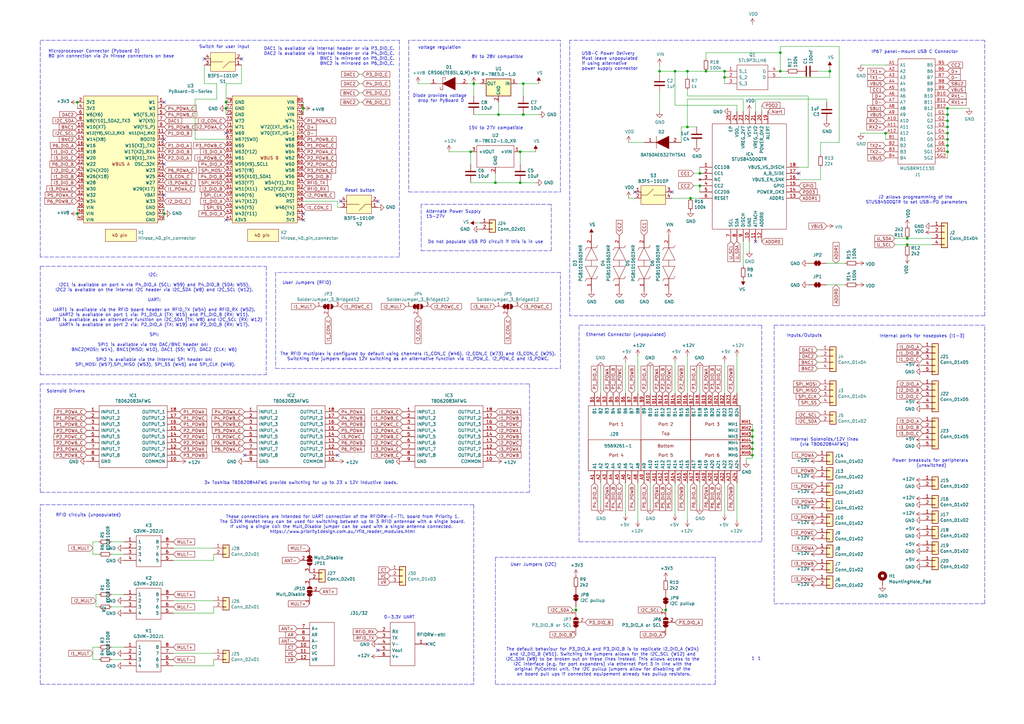
<source format=kicad_sch>
(kicad_sch (version 20231120) (generator "eeschema") (generator_version "8.0")
  (paper "A3")
  (title_block (title "Operant Breakout Schematic") (date "2024-06-28") (rev "V1.0") (company "University of Bristol") (comment 1 "Daniel Titheradge") (comment 2 "neuroscience experiments. eLife 11:e67846. https://doi.org/10.7554/eLife.67846") (comment 3 "Open-source, Python-based, hardware and software for controlling behavioural ") (comment 4 "Adapted from T. Akam et Al. (2022) "))
  (junction (at 204.47 46.99))
  (junction (at 308.61 181.61))
  (junction (at 287.02 71.12))
  (junction (at 372.11 97.79))
  (junction (at 388.62 52.07))
  (junction (at 214.63 34.29))
  (junction (at 372.11 100.33))
  (junction (at 308.61 184.15))
  (junction (at 320.04 21.59))
  (junction (at 236.22 250.19))
  (junction (at 283.21 81.28))
  (junction (at 203.2 74.93))
  (junction (at 31.75 41.91))
  (junction (at 281.94 52.07))
  (junction (at 92.71 41.91))
  (junction (at 67.31 87.63))
  (junction (at 308.61 179.07))
  (junction (at 194.31 34.29))
  (junction (at 193.04 62.23))
  (junction (at 297.18 31.75))
  (junction (at 276.86 29.21))
  (junction (at 289.56 29.21))
  (junction (at 287.02 76.2))
  (junction (at 213.36 74.93))
  (junction (at 388.62 57.15))
  (junction (at 308.61 176.53))
  (junction (at 388.62 49.53))
  (junction (at 388.62 62.23))
  (junction (at 213.36 62.23))
  (junction (at 388.62 59.69))
  (junction (at 31.75 87.63))
  (junction (at 388.62 44.45))
  (junction (at 308.61 186.69))
  (junction (at 340.36 29.21))
  (junction (at 214.63 46.99))
  (junction (at 320.04 29.21))
  (junction (at 270.51 29.21))
  (junction (at 281.94 29.21))
  (junction (at 388.62 54.61))
  (junction (at 273.05 250.19))
  (junction (at 124.46 44.45))
  (junction (at 92.71 44.45))
  (junction (at 388.62 46.99))
  (junction (at 297.18 29.21))
  (junction (at 363.22 54.61))
  (no_connect (at 67.31 67.31))
  (no_connect (at 92.71 54.61))
  (no_connect (at 124.46 90.17))
  (no_connect (at 124.46 87.63))
  (no_connect (at 154.94 266.7))
  (no_connect (at 67.31 57.15))
  (no_connect (at 100.33 186.69))
  (no_connect (at 175.26 264.16))
  (no_connect (at 138.43 186.69))
  (no_connect (at 260.35 78.74))
  (no_connect (at 67.31 80.01))
  (no_connect (at 99.06 24.13))
  (no_connect (at 275.59 78.74))
  (no_connect (at 67.31 41.91))
  (no_connect (at 154.94 82.55))
  (no_connect (at 327.66 71.12))
  (no_connect (at 92.71 90.17))
  (no_connect (at 83.82 24.13))
  (no_connect (at 309.88 99.06))
  (no_connect (at 139.7 82.55))
  (wire (pts (xy 212.09 34.29) (xy 214.63 34.29)))
  (wire (pts (xy 194.31 39.37) (xy 194.31 34.29)))
  (wire (pts (xy 236.22 250.19) (xy 234.95 250.19)))
  (polyline (pts (xy 113.03 151.13) (xy 229.87 151.13)) (stroke (width 0) (type dash)))
  (polyline (pts (xy 403.86 247.65) (xy 403.86 133.35)) (stroke (width 0) (type dash)))
  (polyline (pts (xy 16.51 109.22) (xy 16.51 153.67)) (stroke (width 0) (type dash)))
  (wire (pts (xy 147.32 38.1) (xy 148.59 38.1)))
  (polyline (pts (xy 203.2 228.6) (xy 203.2 280.67)) (stroke (width 0) (type dash)))
  (wire (pts (xy 346.71 116.84) (xy 339.09 116.84)))
  (wire (pts (xy 363.22 26.67) (xy 353.06 26.67)))
  (wire (pts (xy 92.71 41.91) (xy 92.71 34.29)))
  (wire (pts (xy 246.38 151.13) (xy 246.38 161.29)))
  (wire (pts (xy 45.72 265.43) (xy 50.8 265.43)))
  (wire (pts (xy 388.62 54.61) (xy 388.62 52.07)))
  (wire (pts (xy 388.62 52.07) (xy 388.62 49.53)))
  (polyline (pts (xy 217.17 157.48) (xy 217.17 201.93)) (stroke (width 0) (type dash)))
  (wire (pts (xy 214.63 46.99) (xy 220.98 46.99)))
  (wire (pts (xy 214.63 34.29) (xy 220.98 34.29)))
  (wire (pts (xy 388.62 62.23) (xy 388.62 59.69)))
  (wire (pts (xy 336.55 73.66) (xy 336.55 68.58)))
  (wire (pts (xy 309.88 40.64) (xy 339.09 40.64)))
  (wire (pts (xy 308.61 184.15) (xy 308.61 186.69)))
  (wire (pts (xy 194.31 34.29) (xy 196.85 34.29)))
  (wire (pts (xy 45.72 227.33) (xy 50.8 227.33)))
  (wire (pts (xy 88.9 40.64) (xy 80.01 40.64)))
  (polyline (pts (xy 403.86 16.51) (xy 233.68 16.51)) (stroke (width 0) (type dash)))
  (wire (pts (xy 281.94 36.83) (xy 281.94 39.37)))
  (polyline (pts (xy 172.72 102.87) (xy 226.06 102.87)) (stroke (width 0) (type dash)))
  (wire (pts (xy 284.48 71.12) (xy 287.02 71.12)))
  (wire (pts (xy 80.01 57.15) (xy 92.71 57.15)))
  (wire (pts (xy 297.18 210.82) (xy 297.18 198.12)))
  (wire (pts (xy 281.94 40.64) (xy 281.94 52.07)))
  (wire (pts (xy 204.47 41.91) (xy 204.47 46.99)))
  (polyline (pts (xy 237.49 133.35) (xy 312.42 133.35)) (stroke (width 0) (type dash)))
  (wire (pts (xy 195.58 91.44) (xy 196.85 91.44)))
  (polyline (pts (xy 229.87 151.13) (xy 229.87 111.76)) (stroke (width 0) (type dash)))
  (wire (pts (xy 281.94 146.05) (xy 281.94 161.29)))
  (wire (pts (xy 80.01 40.64) (xy 80.01 57.15)))
  (wire (pts (xy 124.46 41.91) (xy 124.46 44.45)))
  (wire (pts (xy 270.51 26.67) (xy 270.51 29.21)))
  (wire (pts (xy 388.62 64.77) (xy 388.62 62.23)))
  (polyline (pts (xy 16.51 16.51) (xy 163.83 16.51)) (stroke (width 0) (type dash)))
  (wire (pts (xy 71.12 267.97) (xy 87.63 267.97)))
  (polyline (pts (xy 317.5 247.65) (xy 403.86 247.65)) (stroke (width 0) (type dash)))
  (polyline (pts (xy 403.86 129.54) (xy 233.68 129.54)) (stroke (width 0) (type dash)))
  (wire (pts (xy 261.62 146.05) (xy 261.62 161.29)))
  (wire (pts (xy 266.7 208.28) (xy 266.7 198.12)))
  (polyline (pts (xy 312.42 133.35) (xy 312.42 222.25)) (stroke (width 0) (type dash)))
  (polyline (pts (xy 16.51 280.67) (xy 16.51 207.01)) (stroke (width 0) (type dash)))
  (wire (pts (xy 302.26 146.05) (xy 302.26 161.29)))
  (polyline (pts (xy 229.87 111.76) (xy 113.03 111.76)) (stroke (width 0) (type dash)))
  (wire (pts (xy 320.04 21.59) (xy 320.04 29.21)))
  (wire (pts (xy 88.9 34.29) (xy 88.9 40.64)))
  (polyline (pts (xy 163.83 105.41) (xy 16.51 105.41)) (stroke (width 0) (type dash)))
  (wire (pts (xy 335.28 151.13) (xy 336.55 151.13)))
  (wire (pts (xy 256.54 148.59) (xy 256.54 161.29)))
  (wire (pts (xy 289.56 29.21) (xy 297.18 29.21)))
  (wire (pts (xy 261.62 213.36) (xy 261.62 198.12)))
  (wire (pts (xy 260.35 81.28) (xy 257.81 81.28)))
  (wire (pts (xy 304.8 40.64) (xy 281.94 40.64)))
  (polyline (pts (xy 317.5 133.35) (xy 317.5 247.65)) (stroke (width 0) (type dash)))
  (wire (pts (xy 148.59 34.29) (xy 147.32 34.29)))
  (polyline (pts (xy 16.51 201.93) (xy 16.51 157.48)) (stroke (width 0) (type dash)))
  (wire (pts (xy 308.61 179.07) (xy 308.61 181.61)))
  (wire (pts (xy 287.02 151.13) (xy 287.02 161.29)))
  (wire (pts (xy 38.1 227.33) (xy 40.64 227.33)))
  (wire (pts (xy 367.03 97.79) (xy 372.11 97.79)))
  (wire (pts (xy 297.18 148.59) (xy 297.18 161.29)))
  (polyline (pts (xy 163.83 16.51) (xy 163.83 105.41)) (stroke (width 0) (type dash)))
  (wire (pts (xy 306.07 187.96) (xy 308.61 187.96)))
  (wire (pts (xy 203.2 71.12) (xy 203.2 74.93)))
  (wire (pts (xy 309.88 45.72) (xy 309.88 40.64)))
  (wire (pts (xy 271.78 250.19) (xy 273.05 250.19)))
  (polyline (pts (xy 403.86 129.54) (xy 403.86 16.51)) (stroke (width 0) (type dash)))
  (polyline (pts (xy 167.64 78.74) (xy 229.87 78.74)) (stroke (width 0) (type dash)))
  (wire (pts (xy 246.38 208.28) (xy 246.38 198.12)))
  (wire (pts (xy 339.09 107.95) (xy 346.71 107.95)))
  (wire (pts (xy 236.22 248.92) (xy 236.22 250.19)))
  (wire (pts (xy 203.2 74.93) (xy 213.36 74.93)))
  (wire (pts (xy 304.8 99.06) (xy 304.8 109.22)))
  (wire (pts (xy 71.12 251.46) (xy 87.63 251.46)))
  (wire (pts (xy 193.04 62.23) (xy 184.15 62.23)))
  (wire (pts (xy 297.18 34.29) (xy 297.18 31.75)))
  (polyline (pts (xy 403.86 133.35) (xy 317.5 133.35)) (stroke (width 0) (type dash)))
  (wire (pts (xy 289.56 29.21) (xy 281.94 29.21)))
  (polyline (pts (xy 16.51 105.41) (xy 16.51 16.51)) (stroke (width 0) (type dash)))
  (wire (pts (xy 287.02 68.58) (xy 287.02 71.12)))
  (polyline (pts (xy 312.42 222.25) (xy 237.49 222.25)) (stroke (width 0) (type dash)))
  (wire (pts (xy 285.75 52.07) (xy 281.94 52.07)))
  (wire (pts (xy 213.36 62.23) (xy 213.36 67.31)))
  (wire (pts (xy 87.63 248.92) (xy 87.63 251.46)))
  (wire (pts (xy 264.16 58.42) (xy 257.81 58.42)))
  (wire (pts (xy 308.61 176.53) (xy 308.61 179.07)))
  (wire (pts (xy 372.11 100.33) (xy 382.27 100.33)))
  (wire (pts (xy 335.28 29.21) (xy 340.36 29.21)))
  (wire (pts (xy 388.62 59.69) (xy 388.62 57.15)))
  (wire (pts (xy 281.94 213.36) (xy 281.94 198.12)))
  (wire (pts (xy 397.51 44.45) (xy 388.62 44.45)))
  (polyline (pts (xy 226.06 102.87) (xy 226.06 83.82)) (stroke (width 0) (type dash)))
  (wire (pts (xy 340.36 31.75) (xy 340.36 29.21)))
  (wire (pts (xy 372.11 97.79) (xy 382.27 97.79)))
  (polyline (pts (xy 167.64 16.51) (xy 167.64 78.74)) (stroke (width 0) (type dash)))
  (wire (pts (xy 71.12 273.05) (xy 87.63 273.05)))
  (wire (pts (xy 92.71 34.29) (xy 99.06 34.29)))
  (wire (pts (xy 327.66 73.66) (xy 336.55 73.66)))
  (wire (pts (xy 306.07 189.23) (xy 306.07 187.96)))
  (wire (pts (xy 147.32 41.91) (xy 148.59 41.91)))
  (wire (pts (xy 304.8 45.72) (xy 304.8 40.64)))
  (polyline (pts (xy 16.51 153.67) (xy 109.22 153.67)) (stroke (width 0) (type dash)))
  (polyline (pts (xy 113.03 111.76) (xy 113.03 151.13)) (stroke (width 0) (type dash)))
  (wire (pts (xy 92.71 44.45) (xy 92.71 41.91)))
  (wire (pts (xy 302.26 213.36) (xy 302.26 198.12)))
  (wire (pts (xy 193.04 74.93) (xy 203.2 74.93)))
  (wire (pts (xy 297.18 31.75) (xy 297.18 29.21)))
  (wire (pts (xy 83.82 34.29) (xy 88.9 34.29)))
  (wire (pts (xy 71.12 224.79) (xy 87.63 224.79)))
  (wire (pts (xy 289.56 21.59) (xy 320.04 21.59)))
  (wire (pts (xy 38.1 222.25) (xy 38.1 227.33)))
  (wire (pts (xy 320.04 31.75) (xy 340.36 31.75)))
  (wire (pts (xy 281.94 52.07) (xy 279.4 52.07)))
  (wire (pts (xy 281.94 29.21) (xy 281.94 31.75)))
  (wire (pts (xy 38.1 270.51) (xy 40.64 270.51)))
  (wire (pts (xy 214.63 34.29) (xy 214.63 39.37)))
  (wire (pts (xy 339.09 40.64) (xy 339.09 41.91)))
  (wire (pts (xy 83.82 26.67) (xy 83.82 34.29)))
  (wire (pts (xy 39.37 243.84) (xy 39.37 248.92)))
  (wire (pts (xy 71.12 246.38) (xy 87.63 246.38)))
  (wire (pts (xy 335.28 143.51) (xy 336.55 143.51)))
  (wire (pts (xy 124.46 44.45) (xy 124.46 46.99)))
  (wire (pts (xy 281.94 29.21) (xy 276.86 29.21)))
  (polyline (pts (xy 203.2 280.67) (xy 293.37 280.67)) (stroke (width 0) (type dash)))
  (wire (pts (xy 344.17 19.05) (xy 320.04 19.05)))
  (wire (pts (xy 327.66 68.58) (xy 331.47 68.58)))
  (polyline (pts (xy 217.17 201.93) (xy 16.51 201.93)) (stroke (width 0) (type dash)))
  (wire (pts (xy 279.4 52.07) (xy 279.4 58.42)))
  (polyline (pts (xy 16.51 207.01) (xy 194.31 207.01)) (stroke (width 0) (type dash)))
  (wire (pts (xy 148.59 30.48) (xy 147.32 30.48)))
  (wire (pts (xy 50.8 248.92) (xy 45.72 248.92)))
  (polyline (pts (xy 172.72 83.82) (xy 172.72 102.87)) (stroke (width 0) (type dash)))
  (wire (pts (xy 336.55 58.42) (xy 344.17 58.42)))
  (wire (pts (xy 270.51 38.1) (xy 270.51 45.72)))
  (wire (pts (xy 336.55 63.5) (xy 336.55 58.42)))
  (wire (pts (xy 99.06 34.29) (xy 99.06 26.67)))
  (wire (pts (xy 276.86 210.82) (xy 276.86 198.12)))
  (wire (pts (xy 266.7 151.13) (xy 266.7 161.29)))
  (wire (pts (xy 138.43 82.55) (xy 138.43 85.09)))
  (wire (pts (xy 31.75 90.17) (xy 31.75 87.63)))
  (polyline (pts (xy 229.87 78.74) (xy 229.87 16.51)) (stroke (width 0) (type dash)))
  (wire (pts (xy 31.75 44.45) (xy 31.75 41.91)))
  (wire (pts (xy 38.1 222.25) (xy 40.64 222.25)))
  (wire (pts (xy 287.02 208.28) (xy 287.02 198.12)))
  (polyline (pts (xy 16.51 109.22) (xy 109.22 109.22)) (stroke (width 0) (type dash)))
  (wire (pts (xy 308.61 173.99) (xy 308.61 176.53)))
  (polyline (pts (xy 194.31 207.01) (xy 194.31 280.67)) (stroke (width 0) (type dash)))
  (wire (pts (xy 194.31 46.99) (xy 204.47 46.99)))
  (wire (pts (xy 39.37 248.92) (xy 40.64 248.92)))
  (wire (pts (xy 363.22 57.15) (xy 363.22 54.61)))
  (wire (pts (xy 287.02 81.28) (xy 283.21 81.28)))
  (wire (pts (xy 45.72 270.51) (xy 50.8 270.51)))
  (wire (pts (xy 193.04 62.23) (xy 193.04 67.31)))
  (wire (pts (xy 283.21 81.28) (xy 275.59 81.28)))
  (polyline (pts (xy 194.31 280.67) (xy 16.51 280.67)) (stroke (width 0) (type dash)))
  (polyline (pts (xy 293.37 280.67) (xy 293.37 228.6)) (stroke (width 0) (type dash)))
  (wire (pts (xy 302.26 45.72) (xy 302.26 43.18)))
  (wire (pts (xy 302.26 43.18) (xy 276.86 43.18)))
  (wire (pts (xy 67.31 85.09) (xy 67.31 87.63)))
  (wire (pts (xy 87.63 270.51) (xy 87.63 273.05)))
  (wire (pts (xy 191.77 34.29) (xy 194.31 34.29)))
  (wire (pts (xy 320.04 29.21) (xy 322.58 29.21)))
  (wire (pts (xy 289.56 24.13) (xy 289.56 21.59)))
  (wire (pts (xy 176.53 34.29) (xy 171.45 34.29)))
  (wire (pts (xy 284.48 76.2) (xy 287.02 76.2)))
  (wire (pts (xy 124.46 82.55) (xy 138.43 82.55)))
  (polyline (pts (xy 109.22 109.22) (xy 109.22 153.67)) (stroke (width 0) (type dash)))
  (wire (pts (xy 45.72 222.25) (xy 50.8 222.25)))
  (wire (pts (xy 138.43 85.09) (xy 139.7 85.09)))
  (wire (pts (xy 344.17 58.42) (xy 344.17 19.05)))
  (polyline (pts (xy 226.06 83.82) (xy 172.72 83.82)) (stroke (width 0) (type dash)))
  (wire (pts (xy 331.47 68.58) (xy 331.47 39.37)))
  (wire (pts (xy 331.47 39.37) (xy 281.94 39.37)))
  (wire (pts (xy 276.86 43.18) (xy 276.86 29.21)))
  (polyline (pts (xy 293.37 228.6) (xy 203.2 228.6)) (stroke (width 0) (type dash)))
  (wire (pts (xy 388.62 49.53) (xy 388.62 46.99)))
  (wire (pts (xy 38.1 265.43) (xy 38.1 270.51)))
  (wire (pts (xy 204.47 46.99) (xy 214.63 46.99)))
  (wire (pts (xy 276.86 29.21) (xy 270.51 29.21)))
  (wire (pts (xy 388.62 46.99) (xy 388.62 44.45)))
  (polyline (pts (xy 237.49 222.25) (xy 237.49 133.35)) (stroke (width 0) (type dash)))
  (wire (pts (xy 287.02 78.74) (xy 287.02 76.2)))
  (wire (pts (xy 92.71 46.99) (xy 92.71 44.45)))
  (wire (pts (xy 71.12 229.87) (xy 87.63 229.87)))
  (wire (pts (xy 39.37 243.84) (xy 40.64 243.84)))
  (wire (pts (xy 307.34 102.87) (xy 307.34 99.06)))
  (wire (pts (xy 213.36 62.23) (xy 219.71 62.23)))
  (polyline (pts (xy 16.51 157.48) (xy 217.17 157.48)) (stroke (width 0) (type dash)))
  (wire (pts (xy 335.28 148.59) (xy 336.55 148.59)))
  (wire (pts (xy 308.61 187.96) (xy 308.61 186.69)))
  (wire (pts (xy 308.61 181.61) (xy 308.61 184.15)))
  (wire (pts (xy 388.62 57.15) (xy 388.62 54.61)))
  (wire (pts (xy 340.36 29.21) (xy 340.36 27.94)))
  (wire (pts (xy 87.63 227.33) (xy 87.63 229.87)))
  (wire (pts (xy 213.36 74.93) (xy 219.71 74.93)))
  (wire (pts (xy 270.51 29.21) (xy 270.51 30.48)))
  (wire (pts (xy 67.31 87.63) (xy 67.31 90.17)))
  (wire (pts (xy 45.72 243.84) (xy 50.8 243.84)))
  (wire (pts (xy 335.28 146.05) (xy 336.55 146.05)))
  (polyline (pts (xy 229.87 16.51) (xy 167.64 16.51)) (stroke (width 0) (type dash)))
  (wire (pts (xy 38.1 265.43) (xy 40.64 265.43)))
  (wire (pts (xy 256.54 210.82) (xy 256.54 198.12)))
  (wire (pts (xy 312.42 43.18) (xy 312.42 45.72)))
  (wire (pts (xy 367.03 100.33) (xy 372.11 100.33)))
  (wire (pts (xy 276.86 148.59) (xy 276.86 161.29)))
  (wire (pts (xy 31.75 87.63) (xy 31.75 85.09)))
  (wire (pts (xy 320.04 19.05) (xy 320.04 21.59)))
  (wire (pts (xy 363.22 54.61) (xy 353.06 54.61)))
  (polyline (pts (xy 233.68 16.51) (xy 233.68 129.54)) (stroke (width 0) (type dash)))
  (text "IP67 panel-mount USB C Connector" (at 375.158 21.336 0) (effects (font (size 1.27 1.27))))
  (text "1" (at 308.864 270.256 0) (effects (font (size 1.27 1.27))))
  (text "The RFID multiplex is configured by default using channels I1_CON_C (W46), I2_CON_C (W73) and I3_CON_C (W25).\nSwitching the jumpers allows 12V switching as an alternative function via I1_POW_C, I2_POW_C and I3_POWC." (at 171.45 146.304 0) (effects (font (size 1.27 1.27))))
  (text "8V to 28V compatible\n" (at 214.63 24.13 0) (effects (font (size 1.27 1.27)) (justify right bottom)))
  (text "Alternate Power Supply\n15-27V\n" (at 174.752 89.662 0) (effects (font (size 1.27 1.27)) (justify left bottom)))
  (text "J2 allows progreamming of the \nSTUSB4500QTR to set USB-PD parameters" (at 375.92 82.042 0) (effects (font (size 1.27 1.27))))
  (text "User Jumpers (RFID)" (at 115.824 116.84 0) (effects (font (size 1.27 1.27)) (justify left bottom)))
  (text "DAC1 is available via internal header or via P3_DIO_C.\nDAC2 is available via internal header or via P4_DIO_C.\nBNC1 is mirrored on P5_DIO_C.\nBNC2 is mirrored on P6_DIO_C." (at 161.798 23.114 0) (effects (font (size 1.27 1.27)) (justify right)))
  (text "3x Toshiba TBD62084AFWG provide switching for up to 23 x 12V inductive loads." (at 123.444 198.12 0) (effects (font (size 1.27 1.27))))
  (text "15V to 27V compatible\n" (at 214.63 53.34 0) (effects (font (size 1.27 1.27)) (justify right bottom)))
  (text "USB-C Power Delivery\nMust leave unpopulated \nif using alternative \npower supply connector" (at 238.506 28.956 0) (effects (font (size 1.27 1.27)) (justify left bottom)))
  (text "Do not populate USB PD circuit if this is in use" (at 199.136 99.314 0) (effects (font (size 1.27 1.27))))
  (text "I2C: \n\nI2C1 is available on port 4 via P4_DIO_A (SCL; W59) and P4_DIO_B (SDA; W55).\nI2C2 is available on the internal I2C header via I2C_SDA (W8) and I2C_SCL (W12).\n\nUART:\n\nUART1 is available via the RFID board header on RFID_TX (W54) and RFID_RX (W52).\nUART2 is available on port 1 via: P1_DIO_A (TX; W15) and P1_DIO_B (RX; W11).\nUART3 is available as an alternative function on I2C_SDA (TX; W8) and I2C_SCL (RX; W12)\nUART4 is available on port 2 via: P2_DIO_A (TX; W19) and P2_DIO_B (RX; W17).\n\nSPI:\n\nSPI1 is available via the DAC/BNC header on: \nBNC2(MOSI; W14), BNC1(MISO; W10), DAC1 (SS; W7), DAC2 (CLK; W6)\n\nSPI2 is available via the internal SPI header on:\n SPI_MOSI (W57),SPI_MISO (W53), SPI_SS (W45) and SPI_CLK (W49).\n\n " (at 63.246 133.35 0) (effects (font (size 1.27 1.27))))
  (text "User Jumpers (I2C)" (at 209.296 232.41 0) (effects (font (size 1.27 1.27)) (justify left bottom)))
  (text "Reset button" (at 147.574 78.232 0) (effects (font (size 1.27 1.27))))
  (text "Switch for user input " (at 92.456 19.304 0) (effects (font (size 1.27 1.27))))
  (text "Microprocessor Connector (Pyboard D)\n80 pin connection via 2x Hirose connectors on base" (at 19.812 23.876 0) (effects (font (size 1.27 1.27)) (justify left bottom)))
  (text "1" (at 311.404 270.256 0) (effects (font (size 1.27 1.27))))
  (text "voltage regulation" (at 171.45 20.32 0) (effects (font (size 1.27 1.27)) (justify left bottom)))
  (text "Diode provides voltage \ndrop for PyBoard D" (at 180.848 40.386 0) (effects (font (size 1.27 1.27))))
  (text "Ethernet Connector (unpopulated)" (at 240.284 138.176 0) (effects (font (size 1.27 1.27)) (justify left bottom)))
  (text "Power breakouts for peripherals \n(unswitched)" (at 382.016 191.77 0) (effects (font (size 1.27 1.27)) (justify bottom)))
  (text "Internal ports for nosepokes (I1-3)" (at 378.206 137.922 0) (effects (font (size 1.27 1.27))))
  (text "The default behaviour for P3_DIO_A and P3_DIO_B is to replicate I2_DIO_A (W24) \nand I2_DIO_B (W51). Switching the jumpers allows for the I2C_SCL (W12) and \nI2C_SDA (W8) to be broken out on these lines instead. This allows access to the \nI2C interface (e.g. for port expanders) via ethernet Port 3 in line with the \noriginal PyControl unit. The I2C pullup jumpers allow for disabling of the \non board pull ups if connected equipement already has pullup resistors." (at 247.65 271.526 0) (effects (font (size 1.27 1.27))))
  (text "Inputs/Outputs" (at 322.58 138.43 0) (effects (font (size 1.27 1.27)) (justify left bottom)))
  (text "Internal Solenoids/12V lines\n(via TBD62084AFWG)" (at 338.074 183.134 0) (effects (font (size 1.27 1.27)) (justify bottom)))
  (text "RFID circuits (unpopulated)" (at 22.86 212.09 0) (effects (font (size 1.27 1.27)) (justify left bottom)))
  (text "These connections are intended for UART connection of the RFIDRW-E-TTL board from Priority 1.\nThe G3VM Mosfet relay can be used for switching between up to 3 RFID antennae with a single board.\nIf using a single coil the Mult_Disable jumper can be used with a single antenna connected. \nhttps://www.priority1design.com.au/rfid_reader_modules.html\n" (at 140.462 215.138 0) (effects (font (size 1.27 1.27))))
  (text "Solenoid Drivers" (at 19.05 161.29 0) (effects (font (size 1.27 1.27)) (justify left bottom)))
  (text "0-3.3V UART\n" (at 170.18 254 0) (effects (font (size 1.27 1.27)) (justify right bottom)))
  (global_label "I3_POWB_C" (shape input) (at 165.1 186.69 180) (property "Intersheetrefs" "${INTERSHEET_REFS}" (effects (hide yes))))
  (global_label "SPI_SS" (shape input) (at 92.71 85.09 180) (property "Intersheetrefs" "${INTERSHEET_REFS}" (effects (hide yes))))
  (global_label "RX2+" (shape input) (at 363.22 52.07 180) (property "Intersheetrefs" "${INTERSHEET_REFS}" (effects (hide yes))))
  (global_label "CC1" (shape input) (at 284.48 71.12 180) (property "Intersheetrefs" "${INTERSHEET_REFS}" (effects (hide yes))))
  (global_label "VBUS" (shape input) (at 363.22 46.99 180) (property "Intersheetrefs" "${INTERSHEET_REFS}" (effects (hide yes))))
  (global_label "I1_POWA_C" (shape input) (at 67.31 77.47 0) (property "Intersheetrefs" "${INTERSHEET_REFS}" (effects (hide yes))))
  (global_label "P3_DIO_B" (shape input) (at 292.1 161.29 90) (property "Intersheetrefs" "${INTERSHEET_REFS}" (effects (hide yes))))
  (global_label "VC" (shape input) (at 160.02 236.22 180) (property "Intersheetrefs" "${INTERSHEET_REFS}" (effects (hide yes))))
  (global_label "I1_POWC" (shape input) (at 335.28 199.39 180) (property "Intersheetrefs" "${INTERSHEET_REFS}" (effects (hide yes))))
  (global_label "D-" (shape input) (at 363.22 41.91 180) (property "Intersheetrefs" "${INTERSHEET_REFS}" (effects (hide yes))))
  (global_label "P3_POWB_C" (shape input) (at 35.56 186.69 180) (property "Intersheetrefs" "${INTERSHEET_REFS}" (effects (hide yes))))
  (global_label "P1_POWC" (shape input) (at 254 161.29 90) (property "Intersheetrefs" "${INTERSHEET_REFS}" (effects (hide yes))))
  (global_label "P1_POWA" (shape input) (at 248.92 161.29 90) (property "Intersheetrefs" "${INTERSHEET_REFS}" (effects (hide yes))))
  (global_label "DAC2" (shape input) (at 31.75 46.99 180) (property "Intersheetrefs" "${INTERSHEET_REFS}" (effects (hide yes))))
  (global_label "I2_CON_C" (shape input) (at 171.45 129.54 270) (property "Intersheetrefs" "${INTERSHEET_REFS}" (effects (hide yes))))
  (global_label "DAC1" (shape input) (at 335.28 143.51 180) (property "Intersheetrefs" "${INTERSHEET_REFS}" (effects (hide yes))))
  (global_label "P3_DIO_C" (shape input) (at 294.64 161.29 90) (property "Intersheetrefs" "${INTERSHEET_REFS}" (effects (hide yes))))
  (global_label "P4_DIO_C" (shape input) (at 254 198.12 270) (property "Intersheetrefs" "${INTERSHEET_REFS}" (effects (hide yes))))
  (global_label "BNC2" (shape input) (at 147.32 41.91 180) (property "Intersheetrefs" "${INTERSHEET_REFS}" (effects (hide yes))))
  (global_label "P5_POWB_C" (shape input) (at 67.31 52.07 0) (property "Intersheetrefs" "${INTERSHEET_REFS}" (effects (hide yes))))
  (global_label "I1_MULT" (shape input) (at 129.54 125.73 180) (property "Intersheetrefs" "${INTERSHEET_REFS}" (effects (hide yes))))
  (global_label "Alert" (shape input) (at 314.96 45.72 0) (property "Intersheetrefs" "${INTERSHEET_REFS}" (effects (hide yes))))
  (global_label "I3_DIO_C" (shape input) (at 31.75 64.77 180) (property "Intersheetrefs" "${INTERSHEET_REFS}" (effects (hide yes))))
  (global_label "RFID_TX" (shape input) (at 124.46 74.93 0) (property "Intersheetrefs" "${INTERSHEET_REFS}" (effects (hide yes))))
  (global_label "P6_POWB_C" (shape input) (at 31.75 82.55 180) (property "Intersheetrefs" "${INTERSHEET_REFS}" (effects (hide yes))))
  (global_label "MULT+" (shape input) (at 127 247.65 180) (property "Intersheetrefs" "${INTERSHEET_REFS}" (effects (hide yes))))
  (global_label "P3_POWB" (shape input) (at 299.72 161.29 90) (property "Intersheetrefs" "${INTERSHEET_REFS}" (effects (hide yes))))
  (global_label "ANT+" (shape input) (at 121.92 257.81 180) (property "Intersheetrefs" "${INTERSHEET_REFS}" (effects (hide yes))))
  (global_label "I1_POWB" (shape input) (at 335.28 193.04 180) (property "Intersheetrefs" "${INTERSHEET_REFS}" (effects (hide yes))))
  (global_label "GPIO" (shape input) (at 327.66 76.2 0) (property "Intersheetrefs" "${INTERSHEET_REFS}" (effects (hide yes))))
  (global_label "I3_DIO_B" (shape input) (at 378.46 175.26 180) (property "Intersheetrefs" "${INTERSHEET_REFS}" (effects (hide yes))))
  (global_label "U_SDA" (shape input) (at 302.26 99.06 270) (property "Intersheetrefs" "${INTERSHEET_REFS}" (effects (hide yes))))
  (global_label "P1_POWA_C" (shape input) (at 124.46 49.53 0) (property "Intersheetrefs" "${INTERSHEET_REFS}" (effects (hide yes))))
  (global_label "P6_DIO_C" (shape input) (at 294.64 198.12 270) (property "Intersheetrefs" "${INTERSHEET_REFS}" (effects (hide yes))))
  (global_label "P2_POWA_C" (shape input) (at 124.46 62.23 0) (property "Intersheetrefs" "${INTERSHEET_REFS}" (effects (hide yes))))
  (global_label "ADDR1" (shape input) (at 327.66 81.28 0) (property "Intersheetrefs" "${INTERSHEET_REFS}" (effects (hide yes))))
  (global_label "I3_POWC" (shape input) (at 335.28 237.49 180) (property "Intersheetrefs" "${INTERSHEET_REFS}" (effects (hide yes))))
  (global_label "I3_POWA" (shape input) (at 203.2 184.15 0) (property "Intersheetrefs" "${INTERSHEET_REFS}" (effects (hide yes))))
  (global_label "SPI_CLK" (shape input) (at 92.71 80.01 180) (property "Intersheetrefs" "${INTERSHEET_REFS}" (effects (hide yes))))
  (global_label "P4_POWB" (shape input) (at 138.43 171.45 0) (property "Intersheetrefs" "${INTERSHEET_REFS}" (effects (hide yes))))
  (global_label "P3_POWA_C" (shape input) (at 124.46 69.85 0) (property "Intersheetrefs" "${INTERSHEET_REFS}" (effects (hide yes))))
  (global_label "P5_POWA" (shape input) (at 269.24 198.12 270) (property "Intersheetrefs" "${INTERSHEET_REFS}" (effects (hide yes))))
  (global_label "RFID_RX" (shape input) (at 154.94 259.08 180) (property "Intersheetrefs" "${INTERSHEET_REFS}" (effects (hide yes))))
  (global_label "I2_POWC" (shape input) (at 203.2 181.61 0) (property "Intersheetrefs" "${INTERSHEET_REFS}" (effects (hide yes))))
  (global_label "SPI_SS" (shape input) (at 336.55 165.1 180) (property "Intersheetrefs" "${INTERSHEET_REFS}" (effects (hide yes))))
  (global_label "I1_DIO_C" (shape input) (at 378.46 147.32 180) (property "Intersheetrefs" "${INTERSHEET_REFS}" (effects (hide yes))))
  (global_label "CC2" (shape input) (at 254 96.52 90) (property "Intersheetrefs" "${INTERSHEET_REFS}" (effects (hide yes))))
  (global_label "TX2+" (shape input) (at 363.22 59.69 180) (property "Intersheetrefs" "${INTERSHEET_REFS}" (effects (hide yes))))
  (global_label "I3_DIO_A" (shape input) (at 92.71 62.23 180) (property "Intersheetrefs" "${INTERSHEET_REFS}" (effects (hide yes))))
  (global_label "I3_POWA_C" (shape input) (at 165.1 184.15 180) (property "Intersheetrefs" "${INTERSHEET_REFS}" (effects (hide yes))))
  (global_label "I1_POWA_C" (shape input) (at 165.1 168.91 180) (property "Intersheetrefs" "${INTERSHEET_REFS}" (effects (hide yes))))
  (global_label "I3_POWC_C" (shape input) (at 213.36 125.73 0) (property "Intersheetrefs" "${INTERSHEET_REFS}" (effects (hide yes))))
  (global_label "P4_DIO_A" (shape input) (at 92.71 67.31 180) (property "Intersheetrefs" "${INTERSHEET_REFS}" (effects (hide yes))))
  (global_label "P2_DIO_A" (shape input) (at 67.31 64.77 0) (property "Intersheetrefs" "${INTERSHEET_REFS}" (effects (hide yes))))
  (global_label "BNC1" (shape input) (at 335.28 148.59 180) (property "Intersheetrefs" "${INTERSHEET_REFS}" (effects (hide yes))))
  (global_label "P6_POWA_C" (shape input) (at 67.31 69.85 0) (property "Intersheetrefs" "${INTERSHEET_REFS}" (effects (hide yes))))
  (global_label "I1_MULT" (shape input) (at 38.1 267.97 180) (property "Intersheetrefs" "${INTERSHEET_REFS}" (effects (hide yes))))
  (global_label "SPI_MOSI" (shape input) (at 336.55 157.48 180) (property "Intersheetrefs" "${INTERSHEET_REFS}" (effects (hide yes))))
  (global_label "U_SDA" (shape input) (at 367.03 97.79 180) (property "Intersheetrefs" "${INTERSHEET_REFS}" (effects (hide yes))))
  (global_label "P1_POWC" (shape input) (at 73.66 171.45 0) (property "Intersheetrefs" "${INTERSHEET_REFS}" (effects (hide yes))))
  (global_label "P6_DIO_A" (shape input) (at 284.48 198.12 270) (property "Intersheetrefs" "${INTERSHEET_REFS}" (effects (hide yes))))
  (global_label "P2_POWA" (shape input) (at 73.66 176.53 0) (property "Intersheetrefs" "${INTERSHEET_REFS}" (effects (hide yes))))
  (global_label "MULT-" (shape input) (at 71.12 270.51 0) (property "Intersheetrefs" "${INTERSHEET_REFS}" (effects (hide yes))))
  (global_label "I2C_SCL" (shape input) (at 336.55 170.18 180) (property "Intersheetrefs" "${INTERSHEET_REFS}" (effects (hide yes))))
  (global_label "I2_MULT" (shape input) (at 39.37 246.38 180) (property "Intersheetrefs" "${INTERSHEET_REFS}" (effects (hide yes))))
  (global_label "SBU2" (shape input) (at 388.62 34.29 0) (property "Intersheetrefs" "${INTERSHEET_REFS}" (effects (hide yes))))
  (global_label "P4_POWB" (shape input) (at 259.08 198.12 270) (property "Intersheetrefs" "${INTERSHEET_REFS}" (effects (hide yes))))
  (global_label "P5_POWA" (shape input) (at 138.43 176.53 0) (property "Intersheetrefs" "${INTERSHEET_REFS}" (effects (hide yes))))
  (global_label "VBUS" (shape input) (at 363.22 34.29 180) (property "Intersheetrefs" "${INTERSHEET_REFS}" (effects (hide yes))))
  (global_label "I2_POWB" (shape input) (at 203.2 179.07 0) (property "Intersheetrefs" "${INTERSHEET_REFS}" (effects (hide yes))))
  (global_label "P3_POWB" (shape input) (at 73.66 186.69 0) (property "Intersheetrefs" "${INTERSHEET_REFS}" (effects (hide yes))))
  (global_label "P1_DIO_A" (shape input) (at 243.84 161.29 90) (property "Intersheetrefs" "${INTERSHEET_REFS}" (effects (hide yes))))
  (global_label "P1_POWA" (shape input) (at 73.66 168.91 0) (property "Intersheetrefs" "${INTERSHEET_REFS}" (effects (hide yes))))
  (global_label "I3_CON_C" (shape input) (at 208.28 129.54 270) (property "Intersheetrefs" "${INTERSHEET_REFS}" (effects (hide yes))))
  (global_label "I3_MULT" (shape input) (at 38.1 224.79 180) (property "Intersheetrefs" "${INTERSHEET_REFS}" (effects (hide yes))))
  (global_label "I1_DIO_A" (shape input) (at 378.46 142.24 180) (property "Intersheetrefs" "${INTERSHEET_REFS}" (effects (hide yes))))
  (global_label "VBUS" (shape input) (at 339.09 92.71 180) (property "Intersheetrefs" "${INTERSHEET_REFS}" (effects (hide yes))))
  (global_label "I1_DIO_C" (shape input) (at 31.75 62.23 180) (property "Intersheetrefs" "${INTERSHEET_REFS}" (effects (hide yes))))
  (global_label "P3_POWA_C" (shape input) (at 35.56 184.15 180) (property "Intersheetrefs" "${INTERSHEET_REFS}" (effects (hide yes))))
  (global_label "I3_DIO_C" (shape input) (at 378.46 177.8 180) (property "Intersheetrefs" "${INTERSHEET_REFS}" (effects (hide yes))))
  (global_label "U_SCL" (shape input) (at 299.72 99.06 270) (property "Intersheetrefs" "${INTERSHEET_REFS}" (effects (hide yes))))
  (global_label "I2_POWC_C" (shape input) (at 165.1 181.61 180) (property "Intersheetrefs" "${INTERSHEET_REFS}" (effects (hide yes))))
  (global_label "ANT-" (shape input) (at 123.19 229.87 180) (property "Intersheetrefs" "${INTERSHEET_REFS}" (effects (hide yes))))
  (global_label "CC2" (shape input) (at 388.62 26.67 0) (property "Intersheetrefs" "${INTERSHEET_REFS}" (effects (hide yes))))
  (global_label "I1_DIO_B" (shape input) (at 31.75 72.39 180) (property "Intersheetrefs" "${INTERSHEET_REFS}" (effects (hide yes))))
  (global_label "DAC1" (shape input) (at 147.32 30.48 180) (property "Intersheetrefs" "${INTERSHEET_REFS}" (effects (hide yes))))
  (global_label "VBUS" (shape input) (at 388.62 36.83 0) (property "Intersheetrefs" "${INTERSHEET_REFS}" (effects (hide yes))))
  (global_label "AR" (shape input) (at 121.92 260.35 180) (property "Intersheetrefs" "${INTERSHEET_REFS}" (effects (hide yes))))
  (global_label "I3_POWA" (shape input) (at 335.28 224.79 180) (property "Intersheetrefs" "${INTERSHEET_REFS}" (effects (hide yes))))
  (global_label "P2_POWC" (shape input) (at 274.32 161.29 90) (property "Intersheetrefs" "${INTERSHEET_REFS}" (effects (hide yes))))
  (global_label "P5_DIO_C" (shape input) (at 274.32 198.12 270) (property "Intersheetrefs" "${INTERSHEET_REFS}" (effects (hide yes))))
  (global_label "I2C_SCL" (shape input) (at 271.78 250.19 180) (property "Intersheetrefs" "${INTERSHEET_REFS}" (effects (hide yes))))
  (global_label "I3_MULT" (shape input) (at 203.2 125.73 180) (property "Intersheetrefs" "${INTERSHEET_REFS}" (effects (hide yes))))
  (global_label "RFID_TX" (shape input) (at 154.94 261.62 180) (property "Intersheetrefs" "${INTERSHEET_REFS}" (effects (hide yes))))
  (global_label "I2_POWC_C" (shape input) (at 176.53 125.73 0) (property "Intersheetrefs" "${INTERSHEET_REFS}" (effects (hide yes))))
  (global_label "P6_DIO_B" (shape input) (at 292.1 198.12 270) (property "Intersheetrefs" "${INTERSHEET_REFS}" (effects (hide yes))))
  (global_label "I2C_SDA" (shape input) (at 336.55 172.72 180) (property "Intersheetrefs" "${INTERSHEET_REFS}" (effects (hide yes))))
  (global_label "I3_POWC" (shape input) (at 138.43 179.07 0) (property "Intersheetrefs" "${INTERSHEET_REFS}" (effects (hide yes))))
  (global_label "P3_DIO_A" (shape input) (at 276.86 255.27 0) (property "Intersheetrefs" "${INTERSHEET_REFS}" (effects (hide yes))))
  (global_label "RX2-" (shape input) (at 363.22 49.53 180) (property "Intersheetrefs" "${INTERSHEET_REFS}" (effects (hide yes))))
  (global_label "D-" (shape input) (at 124.46 54.61 0) (property "Intersheetrefs" "${INTERSHEET_REFS}" (effects (hide yes))))
  (global_label "P4_DIO_B" (shape input) (at 251.46 198.12 270) (property "Intersheetrefs" "${INTERSHEET_REFS}" (effects (hide yes))))
  (global_label "P5_DIO_C" (shape input) (at 148.59 38.1 0) (property "Intersheetrefs" "${INTERSHEET_REFS}" (effects (hide yes))))
  (global_label "P6_DIO_C" (shape input) (at 148.59 41.91 0) (property "Intersheetrefs" "${INTERSHEET_REFS}" (effects (hide yes))))
  (global_label "P6_POWB" (shape input) (at 299.72 198.12 270) (property "Intersheetrefs" "${INTERSHEET_REFS}" (effects (hide yes))))
  (global_label "I1_POWC_C" (shape input) (at 165.1 173.99 180) (property "Intersheetrefs" "${INTERSHEET_REFS}" (effects (hide yes))))
  (global_label "P5_POWB_C" (shape input) (at 100.33 173.99 180) (property "Intersheetrefs" "${INTERSHEET_REFS}" (effects (hide yes))))
  (global_label "P4_POWB_C" (shape input) (at 67.31 46.99 0) (property "Intersheetrefs" "${INTERSHEET_REFS}" (effects (hide yes))))
  (global_label "I3_POWB_C" (shape input) (at 67.31 74.93 0) (property "Intersheetrefs" "${INTERSHEET_REFS}" (effects (hide yes))))
  (global_label "P1_DIO_B" (shape input) (at 251.46 161.29 90) (property "Intersheetrefs" "${INTERSHEET_REFS}" (effects (hide yes))))
  (global_label "P6_DIO_B" (shape input) (at 31.75 67.31 180) (property "Intersheetrefs" "${INTERSHEET_REFS}" (effects (hide yes))))
  (global_label "P5_DIO_B" (shape input) (at 124.46 72.39 0) (property "Intersheetrefs" "${INTERSHEET_REFS}" (effects (hide yes))))
  (global_label "I1_POWA" (shape input) (at 335.28 186.69 180) (property "Intersheetrefs" "${INTERSHEET_REFS}" (effects (hide yes))))
  (global_label "P3_POWA" (shape input) (at 289.56 161.29 90) (property "Intersheetrefs" "${INTERSHEET_REFS}" (effects (hide yes))))
  (global_label "I1_POWC_C" (shape input) (at 139.7 125.73 0) (property "Intersheetrefs" "${INTERSHEET_REFS}" (effects (hide yes))))
  (global_label "P4_POWA" (shape input) (at 248.92 198.12 270) (property "Intersheetrefs" "${INTERSHEET_REFS}" (effects (hide yes))))
  (global_label "P5_POWB" (shape input) (at 138.43 173.99 0) (property "Intersheetrefs" "${INTERSHEET_REFS}" (effects (hide yes))))
  (global_label "P6_POWA_C" (shape input) (at 100.33 184.15 180) (property "Intersheetrefs" "${INTERSHEET_REFS}" (effects (hide yes))))
  (global_label "P2_POWC_C" (shape input) (at 124.46 67.31 0) (property "Intersheetrefs" "${INTERSHEET_REFS}" (effects (hide yes))))
  (global_label "P4_DIO_A" (shape input) (at 243.84 198.12 270) (property "Intersheetrefs" "${INTERSHEET_REFS}" (effects (hide yes))))
  (global_label "SPI_CLK" (shape input) (at 336.55 162.56 180) (property "Intersheetrefs" "${INTERSHEET_REFS}" (effects (hide yes))))
  (global_label "P5_DIO_B" (shape input) (at 271.78 198.12 270) (property "Intersheetrefs" "${INTERSHEET_REFS}" (effects (hide yes))))
  (global_label "MULT-" (shape input) (at 127 224.79 180) (property "Intersheetrefs" "${INTERSHEET_REFS}" (effects (hide yes))))
  (global_label "MULT+" (shape input) (at 71.12 265.43 0) (property "Intersheetrefs" "${INTERSHEET_REFS}" (effects (hide yes))))
  (global_label "DAC2" (shape input) (at 335.28 146.05 180) (property "Intersheetrefs" "${INTERSHEET_REFS}" (effects (hide yes))))
  (global_label "CC1" (shape input) (at 363.22 36.83 180) (property "Intersheetrefs" "${INTERSHEET_REFS}" (effects (hide yes))))
  (global_label "P2_DIO_A" (shape input) (at 264.16 161.29 90) (property "Intersheetrefs" "${INTERSHEET_REFS}" (effects (hide yes))))
  (global_label "P1_POWC_C" (shape input) (at 35.56 171.45 180) (property "Intersheetrefs" "${INTERSHEET_REFS}" (effects (hide yes))))
  (global_label "I2_POWB_C" (shape input) (at 124.46 80.01 0) (property "Intersheetrefs" "${INTERSHEET_REFS}" (effects (hide yes))))
  (global_label "P1_POWB_C" (shape input) (at 124.46 57.15 0) (property "Intersheetrefs" "${INTERSHEET_REFS}" (effects (hide yes))))
  (global_label "P4_POWA" (shape input) (at 138.43 168.91 0) (property "Intersheetrefs" "${INTERSHEET_REFS}" (effects (hide yes))))
  (global_label "MULT+" (shape input) (at 71.12 243.84 0) (property "Intersheetrefs" "${INTERSHEET_REFS}" (effects (hide yes))))
  (global_label "P5_DIO_A" (shape input) (at 92.71 87.63 180) (property "Intersheetrefs" "${INTERSHEET_REFS}" (effects (hide yes))))
  (global_label "I2_POWA" (shape input) (at 203.2 176.53 0) (property "Intersheetrefs" "${INTERSHEET_REFS}" (effects (hide yes))))
  (global_label "P6_POWA" (shape input) (at 138.43 184.15 0) (property "Intersheetrefs" "${INTERSHEET_REFS}" (effects (hide yes))))
  (global_label "I2_MULT" (shape input) (at 166.37 125.73 180) (property "Intersheetrefs" "${INTERSHEET_REFS}" (effects (hide yes))))
  (global_label "ADDR1" (shape input) (at 342.9 107.95 90) (property "Intersheetrefs" "${INTERSHEET_REFS}" (effects (hide yes))))
  (global_label "I2_DIO_B" (shape input) (at 378.46 160.02 180) (property "Intersheetrefs" "${INTERSHEET_REFS}" (effects (hide yes))))
  (global_label "I1_POWB" (shape input) (at 203.2 171.45 0) (property "Intersheetrefs" "${INTERSHEET_REFS}" (effects (hide yes))))
  (global_label "P2_POWC_C" (shape input) (at 35.56 179.07 180) (property "Intersheetrefs" "${INTERSHEET_REFS}" (effects (hide yes))))
  (global_label "I2C_SDA" (shape input) (at 31.75 49.53 180) (property "Intersheetrefs" "${INTERSHEET_REFS}" (effects (hide yes))))
  (global_label "SBU1" (shape input) (at 363.22 44.45 180) (property "Intersheetrefs" "${INTERSHEET_REFS}" (effects (hide yes))))
  (global_label "I2_DIO_B" (shape input) (at 92.71 77.47 180) (property "Intersheetrefs" "${INTERSHEET_REFS}" (effects (hide yes))))
  (global_label "I1_POWB_C" (shape input) (at 92.71 64.77 180) (property "Intersheetrefs" "${INTERSHEET_REFS}" (effects (hide yes))))
  (global_label "BNC1" (shape input) (at 147.32 38.1 180) (property "Intersheetrefs" "${INTERSHEET_REFS}" (effects (hide yes))))
  (global_label "P4_POWB_C" (shape input) (at 100.33 171.45 180) (property "Intersheetrefs" "${INTERSHEET_REFS}" (effects (hide yes))))
  (global_label "VBUS" (shape input) (at 363.22 64.77 180) (property "Intersheetrefs" "${INTERSHEET_REFS}" (effects (hide yes))))
  (global_label "DAC1" (shape input) (at 67.31 49.53 0) (property "Intersheetrefs" "${INTERSHEET_REFS}" (effects (hide yes))))
  (global_label "P6_DIO_A" (shape input) (at 31.75 59.69 180) (property "Intersheetrefs" "${INTERSHEET_REFS}" (effects (hide yes))))
  (global_label "I2_DIO_A" (shape input) (at 31.75 69.85 180) (property "Intersheetrefs" "${INTERSHEET_REFS}" (effects (hide yes))))
  (global_label "I3_POWC_C" (shape input) (at 100.33 179.07 180) (property "Intersheetrefs" "${INTERSHEET_REFS}" (effects (hide yes))))
  (global_label "TX1-" (shape input) (at 363.22 31.75 180) (property "Intersheetrefs" "${INTERSHEET_REFS}" (effects (hide yes))))
  (global_label "RFID_RX" (shape input) (at 124.46 77.47 0) (property "Intersheetrefs" "${INTERSHEET_REFS}" (effects (hide yes))))
  (global_label "P1_DIO_B" (shape input) (at 67.31 54.61 0) (property "Intersheetrefs" "${INTERSHEET_REFS}" (effects (hide yes))))
  (global_label "P1_POWA_C" (shape input) (at 35.56 168.91 180) (property "Intersheetrefs" "${INTERSHEET_REFS}" (effects (hide yes))))
  (global_label "P4_DIO_B" (shape input) (at 92.71 72.39 180) (property "Intersheetrefs" "${INTERSHEET_REFS}" (effects (hide yes))))
  (global_label "P2_POWB_C" (shape input) (at 35.56 181.61 180) (property "Intersheetrefs" "${INTERSHEET_REFS}" (effects (hide yes))))
  (global_label "P2_DIO_B" (shape input) (at 67.31 62.23 0) (property "Intersheetrefs" "${INTERSHEET_REFS}" (effects (hide yes))))
  (global_label "CT" (shape input) (at 160.02 233.68 180) (property "Intersheetrefs" "${INTERSHEET_REFS}" (effects (hide yes))))
  (global_label "I2_POWA" (shape input) (at 335.28 205.74 180) (property "Intersheetrefs" "${INTERSHEET_REFS}" (effects (hide yes))))
  (global_label "P5_POWA_C" (shape input) (at 100.33 176.53 180) (property "Intersheetrefs" "${INTERSHEET_REFS}" (effects (hide yes))))
  (global_label "VR" (shape input) (at 121.92 270.51 180) (property "Intersheetrefs" "${INTERSHEET_REFS}" (effects (hide yes))))
  (global_label "P5_POWB" (shape input) (at 279.4 198.12 270) (property "Intersheetrefs" "${INTERSHEET_REFS}" (effects (hide yes))))
  (global_label "I2_POWC" (shape input) (at 335.28 218.44 180) (property "Intersheetrefs" "${INTERSHEET_REFS}" (effects (hide yes))))
  (global_label "MULT-" (shape input) (at 71.12 227.33 0) (property "Intersheetrefs" "${INTERSHEET_REFS}" (effects (hide yes))))
  (global_label "P2_POWC" (shape input) (at 73.66 179.07 0) (property "Intersheetrefs" "${INTERSHEET_REFS}" (effects (hide yes))))
  (global_label "D+" (shape input) (at 124.46 52.07 0) (property "Intersheetrefs" "${INTERSHEET_REFS}" (effects (hide yes))))
  (global_label "VR" (shape input) (at 160.02 238.76 180) (property "Intersheetrefs" "${INTERSHEET_REFS}" (effects (hide yes))))
  (global_label "P3_POWA" (shape input) (at 73.66 184.15 0) (property "Intersheetrefs" "${INTERSHEET_REFS}" (effects (hide yes))))
  (global_label "CT" (shape input) (at 121.92 265.43 180) (property "Intersheetrefs" "${INTERSHEET_REFS}" (effects (hide yes))))
  (global_label "P1_POWB" (shape input) (at 259.08 161.29 90) (property "Intersheetrefs" "${INTERSHEET_REFS}" (effects (hide yes))))
  (global_label "I1_POWB_C" (shape input) (at 165.1 171.45 180) (property "Intersheetrefs" "${INTERSHEET_REFS}" (effects (hide yes))))
  (global_label "I2_DIO_A" (shape input) (at 378.46 157.48 180) (property "Intersheetrefs" "${INTERSHEET_REFS}" (effects (hide yes))))
  (global_label "P2_POWB_C" (shape input) (at 124.46 64.77 0) (property "Intersheetrefs" "${INTERSHEET_REFS}" (effects (hide yes))))
  (global_label "ANT+" (shape input) (at 130.81 242.57 0) (property "Intersheetrefs" "${INTERSHEET_REFS}" (effects (hide yes))))
  (global_label "I1_DIO_B" (shape input) (at 378.46 144.78 180) (property "Intersheetrefs" "${INTERSHEET_REFS}" (effects (hide yes))))
  (global_label "P2_POWA_C" (shape input) (at 35.56 176.53 180) (property "Intersheetrefs" "${INTERSHEET_REFS}" (effects (hide yes))))
  (global_label "MULT-" (shape input) (at 71.12 248.92 0) (property "Intersheetrefs" "${INTERSHEET_REFS}" (effects (hide yes))))
  (global_label "D+" (shape input) (at 388.62 29.21 0) (property "Intersheetrefs" "${INTERSHEET_REFS}" (effects (hide yes))))
  (global_label "I3_DIO_B" (shape input) (at 31.75 74.93 180) (property "Intersheetrefs" "${INTERSHEET_REFS}" (effects (hide yes))))
  (global_label "P1_POWB_C" (shape input) (at 35.56 173.99 180) (property "Intersheetrefs" "${INTERSHEET_REFS}" (effects (hide yes))))
  (global_label "ADDR0" (shape input) (at 312.42 99.06 0) (property "Intersheetrefs" "${INTERSHEET_REFS}" (effects (hide yes))))
  (global_label "P3_POWB_C" (shape input) (at 92.71 59.69 180) (property "Intersheetrefs" "${INTERSHEET_REFS}" (effects (hide yes))))
  (global_label "P4_POWA_C" (shape input) (at 100.33 168.91 180) (property "Intersheetrefs" "${INTERSHEET_REFS}" (effects (hide yes))))
  (global_label "SPI_MISO" (shape input) (at 92.71 74.93 180) (property "Intersheetrefs" "${INTERSHEET_REFS}" (effects (hide yes))))
  (global_label "I2C_SCL" (shape input) (at 31.75 54.61 180) (property "Intersheetrefs" "${INTERSHEET_REFS}" (effects (hide yes))))
  (global_label "RX1+" (shape input) (at 388.62 41.91 0) (property "Intersheetrefs" "${INTERSHEET_REFS}" (effects (hide yes))))
  (global_label "DAC2" (shape input) (at 147.32 34.29 180) (property "Intersheetrefs" "${INTERSHEET_REFS}" (effects (hide yes))))
  (global_label "ADDR0" (shape input) (at 342.9 116.84 270) (property "Intersheetrefs" "${INTERSHEET_REFS}" (effects (hide yes))))
  (global_label "D+" (shape input) (at 363.22 39.37 180) (property "Intersheetrefs" "${INTERSHEET_REFS}" (effects (hide yes))))
  (global_label "I2_DIO_C" (shape input) (at 378.46 162.56 180) (property "Intersheetrefs" "${INTERSHEET_REFS}" (effects (hide yes))))
  (global_label "P3_DIO_C" (shape input) (at 148.59 30.48 0) (property "Intersheetrefs" "${INTERSHEET_REFS}" (effects (hide yes))))
  (global_label "I3_POWB" (shape input) (at 203.2 186.69 0) (property "Intersheetrefs" "${INTERSHEET_REFS}" (effects (hide yes))))
  (global_label "SPI_MOSI" (shape input) (at 92.71 69.85 180) (property "Intersheetrefs" "${INTERSHEET_REFS}" (effects (hide yes))))
  (global_label "P2_POWB" (shape input) (at 279.4 161.29 90) (property "Intersheetrefs" "${INTERSHEET_REFS}" (effects (hide yes))))
  (global_label "PDO3" (shape input) (at 327.66 78.74 0) (property "Intersheetrefs" "${INTERSHEET_REFS}" (effects (hide yes))))
  (global_label "VC" (shape input) (at 121.92 267.97 180) (property "Intersheetrefs" "${INTERSHEET_REFS}" (effects (hide yes))))
  (global_label "P2_POWA" (shape input) (at 269.24 161.29 90) (property "Intersheetrefs" "${INTERSHEET_REFS}" (effects (hide yes))))
  (global_label "P5_POWA_C" (shape input) (at 31.75 80.01 180) (property "Intersheetrefs" "${INTERSHEET_REFS}" (effects (hide yes))))
  (global_label "PDO2" (shape input) (at 312.42 43.18 0) (property "Intersheetrefs" "${INTERSHEET_REFS}" (effects (hide yes))))
  (global_label "I1_CON_C" (shape input) (at 134.62 129.54 270) (property "Intersheetrefs" "${INTERSHEET_REFS}" (effects (hide yes))))
  (global_label "P4_DIO_C" (shape input) (at 148.59 34.29 0) (property "Intersheetrefs" "${INTERSHEET_REFS}" (effects (hide yes))))
  (global_label "I3_POWA_C" (shape input) (at 31.75 77.47 180) (property "Intersheetrefs" "${INTERSHEET_REFS}" (effects (hide yes))))
  (global_label "U_SCL" (shape input) (at 367.03 100.33 180) (property "Intersheetrefs" "${INTERSHEET_REFS}" (effects (hide yes))))
  (global_label "I2_CON_C" (shape input) (at 92.71 49.53 180) (property "Intersheetrefs" "${INTERSHEET_REFS}" (effects (hide yes))))
  (global_label "TX2-" (shape input) (at 363.22 62.23 180) (property "Intersheetrefs" "${INTERSHEET_REFS}" (effects (hide yes))))
  (global_label "P6_POWB_C" (shape input) (at 100.33 181.61 180) (property "Intersheetrefs" "${INTERSHEET_REFS}" (effects (hide yes))))
  (global_label "P6_POWA" (shape input) (at 289.56 198.12 270) (property "Intersheetrefs" "${INTERSHEET_REFS}" (effects (hide yes))))
  (global_label "SPI_MISO" (shape input) (at 336.55 160.02 180) (property "Intersheetrefs" "${INTERSHEET_REFS}" (effects (hide yes))))
  (global_label "I2_POWA_C" (shape input) (at 165.1 176.53 180) (property "Intersheetrefs" "${INTERSHEET_REFS}" (effects (hide yes))))
  (global_label "MULT+" (shape input) (at 71.12 222.25 0) (property "Intersheetrefs" "${INTERSHEET_REFS}" (effects (hide yes))))
  (global_label "I2_DIO_A" (shape input) (at 273.05 260.35 180) (property "Intersheetrefs" "${INTERSHEET_REFS}" (effects (hide yes))))
  (global_label "P2_POWB" (shape input) (at 73.66 181.61 0) (property "Intersheetrefs" "${INTERSHEET_REFS}" (effects (hide yes))))
  (global_label "P3_DIO_A" (shape input) (at 284.48 161.29 90) (property "Intersheetrefs" "${INTERSHEET_REFS}" (effects (hide yes))))
  (global_label "BNC1" (shape input) (at 31.75 52.07 180) (property "Intersheetrefs" "${INTERSHEET_REFS}" (effects (hide yes))))
  (global_label "P1_POWC_C" (shape input) (at 124.46 59.69 0) (property "Intersheetrefs" "${INTERSHEET_REFS}" (effects (hide yes))))
  (global_label "I1_POWC" (shape input) (at 203.2 173.99 0) (property "Intersheetrefs" "${INTERSHEET_REFS}" (effects (hide yes))))
  (global_label "ANT-" (shape input) (at 121.92 262.89 180) (property "Intersheetrefs" "${INTERSHEET_REFS}" (effects (hide yes))))
  (global_label "I1_DIO_A" (shape input) (at 92.71 82.55 180) (property "Intersheetrefs" "${INTERSHEET_REFS}" (effects (hide yes))))
  (global_label "I1_POWA" (shape input) (at 203.2 168.91 0) (property "Intersheetrefs" "${INTERSHEET_REFS}" (effects (hide yes))))
  (global_label "I3_CON_C" (shape input) (at 67.31 72.39 0) (property "Intersheetrefs" "${INTERSHEET_REFS}" (effects (hide yes))))
  (global_label "I2_DIO_B" (shape input) (at 236.22 260.35 180) (property "Intersheetrefs" "${INTERSHEET_REFS}" (effects (hide yes))))
  (global_label "I3_DIO_A" (shape input) (at 378.46 172.72 180) (property "Intersheetrefs" "${INTERSHEET_REFS}" (effects (hide yes))))
  (global_label "P2_DIO_B" (shape input) (at 271.78 161.29 90) (property "Intersheetrefs" "${INTERSHEET_REFS}" (effects (hide yes))))
  (global_label "P3_DIO_B" (shape input) (at 240.03 255.27 0) (property "Intersheetrefs" "${INTERSHEET_REFS}" (effects (hide yes))))
  (global_label "P5_DIO_A" (shape input) (at 264.16 198.12 270) (property "Intersheetrefs" "${INTERSHEET_REFS}" (effects (hide yes))))
  (global_label "I2_POWB" (shape input) (at 335.28 212.09 180) (property "Intersheetrefs" "${INTERSHEET_REFS}" (effects (hide yes))))
  (global_label "BNC2" (shape input) (at 31.75 57.15 180) (property "Intersheetrefs" "${INTERSHEET_REFS}" (effects (hide yes))))
  (global_label "I2_DIO_C" (shape input) (at 67.31 82.55 0) (property "Intersheetrefs" "${INTERSHEET_REFS}" (effects (hide yes))))
  (global_label "I3_POWB" (shape input) (at 335.28 231.14 180) (property "Intersheetrefs" "${INTERSHEET_REFS}" (effects (hide yes))))
  (global_label "I2_POWA_C" (shape input) (at 92.71 52.07 180) (property "Intersheetrefs" "${INTERSHEET_REFS}" (effects (hide yes))))
  (global_label "TX1+" (shape input) (at 363.22 29.21 180) (property "Intersheetrefs" "${INTERSHEET_REFS}" (effects (hide yes))))
  (global_label "D-" (shape input) (at 388.62 31.75 0) (property "Intersheetrefs" "${INTERSHEET_REFS}" (effects (hide yes))))
  (global_label "I2C_SDA" (shape input) (at 234.95 250.19 180) (property "Intersheetrefs" "${INTERSHEET_REFS}" (effects (hide yes))))
  (global_label "I2_POWB_C" (shape input) (at 165.1 179.07 180) (property "Intersheetrefs" "${INTERSHEET_REFS}" (effects (hide yes))))
  (global_label "CC1" (shape input) (at 264.16 96.52 90) (property "Intersheetrefs" "${INTERSHEET_REFS}" (effects (hide yes))))
  (global_label "RX1-" (shape input) (at 388.62 39.37 0) (property "Intersheetrefs" "${INTERSHEET_REFS}" (effects (hide yes))))
  (global_label "CC2" (shape input) (at 284.48 76.2 180) (property "Intersheetrefs" "${INTERSHEET_REFS}" (effects (hide yes))))
  (global_label "P1_DIO_A" (shape input) (at 67.31 59.69 0) (property "Intersheetrefs" "${INTERSHEET_REFS}" (effects (hide yes))))
  (global_label "P1_POWB" (shape input) (at 73.66 173.99 0) (property "Intersheetrefs" "${INTERSHEET_REFS}" (effects (hide yes))))
  (global_label "P4_POWA_C" (shape input) (at 67.31 44.45 0) (property "Intersheetrefs" "${INTERSHEET_REFS}" (effects (hide yes))))
  (global_label "BNC2" (shape input) (at 335.28 151.13 180) (property "Intersheetrefs" "${INTERSHEET_REFS}" (effects (hide yes))))
  (global_label "P6_POWB" (shape input) (at 138.43 181.61 0) (property "Intersheetrefs" "${INTERSHEET_REFS}" (effects (hide yes))))
  (global_label "I1_CON_C" (shape input) (at 124.46 85.09 0) (property "Intersheetrefs" "${INTERSHEET_REFS}" (effects (hide yes))))
  (symbol (lib_id "BreakoutV1.0-rescue:PyBoard-D-Series-asl_symbols") (at 34.29 39.37 0) (unit 1)
    (property "Reference" "U3" (at 78.105 35.179 0))
    (property "Value" "PyBoard-D-Series" (at 78.105 37.4904 0))
    (property "Footprint" "asl_footprints:PyBoard_D-Series" (effects (hide yes)))
    (property "Datasheet" "https://pybd.io/hw/wbus_dip68.html" (effects (hide yes)))
  )
  (symbol (lib_id "BreakoutV1.0-rescue:B3FS-1010P-asl_symbols") (at 147.32 83.82 180) (unit 1)
    (property "Reference" "S2" (at 147.32 91.821 0))
    (property "Value" "B3FS-1010P" (at 147.32 89.5096 0))
    (property "Footprint" "asl_footprints:6mm_tactile_smd" (effects (hide yes)))
    (property "Datasheet" "https://www.digikey.com/products/en?keywords=sw1440ct" (effects (hide yes)))
  )
  (symbol (lib_id "BreakoutV1.0-rescue:B3FS-1010P-asl_symbols") (at 267.97 80.01 0) (unit 1)
    (property "Reference" "S3" (at 267.97 72.009 0))
    (property "Value" "B3FS-1010P" (at 267.97 74.3204 0))
    (property "Footprint" "asl_footprints:6mm_tactile_smd" (effects (hide yes)))
    (property "Datasheet" "https://www.digikey.com/products/en?keywords=sw1440ct" (effects (hide yes)))
  )
  (symbol (lib_id "BreakoutV1.0-rescue:B3FS-1010P-asl_symbols") (at 91.44 25.4 180) (unit 1)
    (property "Reference" "S1" (at 91.44 33.401 0))
    (property "Value" "B3FS-1010P" (at 91.44 31.0896 0))
    (property "Footprint" "asl_footprints:6mm_tactile_smd" (effects (hide yes)))
    (property "Datasheet" "https://www.digikey.com/products/en?keywords=sw1440ct" (effects (hide yes)))
  )
  (symbol (lib_id "BreakoutV1.0-rescue:G3VM-202J1-SamacSys_Parts") (at 50.8 243.84 0) (unit 1)
    (property "Reference" "K2" (at 60.96 237.109 0))
    (property "Value" "G3VM-202J1" (at 60.96 239.4204 0))
    (property "Footprint" "SOP254P700X210-8N" (effects (hide yes)))
    (property "Datasheet" "http://omronfs.omron.com/en_US/ecb/products/pdf/en-g3vm_202j1.pdf" (effects (hide yes)))
    (property "Description" "OMRON ELECTRONIC COMPONENTS - G3VM-202J1 - RELAY, MOSFET, SOP, DPST-NO, 200V, 0.2A" (effects (hide yes)))
    (property "Height" "2.1" (effects (hide yes)))
    (property "Mouser Part Number" "653-G3VM-202J1" (effects (hide yes)))
    (property "Mouser Price/Stock" "https://www.mouser.co.uk/ProductDetail/Omron-Electronics/G3VM-202J1?qs=Mrnyg3lK62EalXCxLOQByg%3D%3D" (effects (hide yes)))
    (property "Manufacturer_Name" "Omron Electronics" (effects (hide yes)))
    (property "Manufacturer_Part_Number" "G3VM-202J1" (effects (hide yes)))
  )
  (symbol (lib_id "BreakoutV1.0-rescue:G3VM-202J1-SamacSys_Parts") (at 50.8 265.43 0) (unit 1)
    (property "Reference" "K1" (at 60.96 258.699 0))
    (property "Value" "G3VM-202J1" (at 60.96 261.0104 0))
    (property "Footprint" "SOP254P700X210-8N" (effects (hide yes)))
    (property "Datasheet" "http://omronfs.omron.com/en_US/ecb/products/pdf/en-g3vm_202j1.pdf" (effects (hide yes)))
    (property "Description" "OMRON ELECTRONIC COMPONENTS - G3VM-202J1 - RELAY, MOSFET, SOP, DPST-NO, 200V, 0.2A" (effects (hide yes)))
    (property "Height" "2.1" (effects (hide yes)))
    (property "Mouser Part Number" "653-G3VM-202J1" (effects (hide yes)))
    (property "Mouser Price/Stock" "https://www.mouser.co.uk/ProductDetail/Omron-Electronics/G3VM-202J1?qs=Mrnyg3lK62EalXCxLOQByg%3D%3D" (effects (hide yes)))
    (property "Manufacturer_Name" "Omron Electronics" (effects (hide yes)))
    (property "Manufacturer_Part_Number" "G3VM-202J1" (effects (hide yes)))
  )
  (symbol (lib_id "BreakoutV1.0-rescue:G3VM-202J1-SamacSys_Parts") (at 50.8 222.25 0) (unit 1)
    (property "Reference" "K3" (at 60.96 215.519 0))
    (property "Value" "G3VM-202J1" (at 60.96 217.8304 0))
    (property "Footprint" "SOP254P700X210-8N" (effects (hide yes)))
    (property "Datasheet" "http://omronfs.omron.com/en_US/ecb/products/pdf/en-g3vm_202j1.pdf" (effects (hide yes)))
    (property "Description" "OMRON ELECTRONIC COMPONENTS - G3VM-202J1 - RELAY, MOSFET, SOP, DPST-NO, 200V, 0.2A" (effects (hide yes)))
    (property "Height" "2.1" (effects (hide yes)))
    (property "Mouser Part Number" "653-G3VM-202J1" (effects (hide yes)))
    (property "Mouser Price/Stock" "https://www.mouser.co.uk/ProductDetail/Omron-Electronics/G3VM-202J1?qs=Mrnyg3lK62EalXCxLOQByg%3D%3D" (effects (hide yes)))
    (property "Manufacturer_Name" "Omron Electronics" (effects (hide yes)))
    (property "Manufacturer_Part_Number" "G3VM-202J1" (effects (hide yes)))
  )
  (symbol (lib_id "BreakoutV1.0-rescue:R-78E5.0-1.0-asl_symbols") (at 204.47 34.29 0) (unit 1)
    (property "Reference" "U1" (at 204.47 28.1432 0))
    (property "Value" "R-78E5.0-1.0" (at 204.47 30.4546 0))
    (property "Footprint" "asl_footprints:Converter_DCDC_RECOM_R-78E-0.5_THT" (effects (hide yes)))
    (property "Datasheet" "https://www.digikey.com/products/en?keywords=945-2201-ND" (effects (hide yes)))
  )
  (symbol (lib_id "BreakoutV1.0-rescue:5569261-1-SamacSys_Parts") (at 264.16 121.92 0) (unit 1)
    (property "Reference" "J29" (at 251.968 178.054 0))
    (property "Value" "5569261-1" (at 253.492 182.88 0))
    (property "Footprint" "55692611" (effects (hide yes)))
    (property "Datasheet" "https://www.te.com/commerce/DocumentDelivery/DDEController?Action=showdoc&DocId=Customer+Drawing%7F5569261%7FA1%7Fpdf%7FEnglish%7FENG_CD_5569261_A1.pdf%7F5569261-1" (effects (hide yes)))
    (property "Description" "TE Connectivity Female Cat5 RJ45 Modular Jack, STP, Right Angle, PCB Mount Mount, 5569261" (effects (hide yes)))
    (property "Height" "26.54" (effects (hide yes)))
    (property "Mouser Part Number" "571-5569261-1" (effects (hide yes)))
    (property "Mouser Price/Stock" "https://www.mouser.co.uk/ProductDetail/TE-Connectivity-Alcoswitch/5569261-1?qs=fnpEE5GccuPUaQ9lc2XF6A%3D%3D" (effects (hide yes)))
    (property "Manufacturer_Name" "TE Connectivity" (effects (hide yes)))
    (property "Manufacturer_Part_Number" "5569261-1" (effects (hide yes)))
  )
  (symbol (lib_id "BreakoutV1.0-rescue:Hirose_40_pin_connector-asl_symbols") (at 107.95 96.52 0) (unit 1)
    (property "Reference" "X2" (at 115.0112 95.3516 0) (effects (justify left)))
    (property "Value" "Hirose_40_pin_connector" (at 115.0112 97.663 0) (effects (justify left)))
    (property "Footprint" "asl_footprints:Hirose_40_pin" (effects (hide yes)))
    (property "Datasheet" "https://www.digikey.com/products/en?keywords=H124604CT-ND" (effects (hide yes)))
  )
  (symbol (lib_id "BreakoutV1.0-rescue:TBD62083APG-SamacSys_Parts") (at 165.1 168.91 0) (unit 1)
    (property "Reference" "IC3" (at 184.15 162.179 0))
    (property "Value" "TBD62083AFWG" (at 184.15 164.4904 0))
    (property "Footprint" "SamacSys_Parts:SOIC127P1030X245-18N" (effects (hide yes)))
    (property "Datasheet" "https://toshiba.semicon-storage.com/info/docget.jsp?did=29893&prodName=TBD62083APG" (effects (hide yes)))
    (property "Description" "8 channel sink type DMOS transistor array" (effects (hide yes)))
    (property "Height" "4.8" (effects (hide yes)))
    (property "Mouser Part Number" "757-TBD62083APG" (effects (hide yes)))
    (property "Mouser Price/Stock" "https://www.mouser.co.uk/ProductDetail/Toshiba/TBD62083APG/?qs=fSnNYG2PaKKGqSJ%252BmtVM2w%3D%3D" (effects (hide yes)))
    (property "Manufacturer_Name" "Toshiba" (effects (hide yes)))
    (property "Manufacturer_Part_Number" "TBD62083APG" (effects (hide yes)))
    (property "Note" "DIP18 socket mount" (effects (hide yes)))
  )
  (symbol (lib_id "BreakoutV1.0-rescue:MBR120VLSFT3G-SamacSys_Parts") (at 173.99 34.29 0) (unit 1)
    (property "Reference" "D1" (at 184.15 27.5082 0))
    (property "Value" "CRS06(TE85L,Q,M)" (at 184.15 29.8196 0))
    (property "Footprint" "RatPub:S-FLAT-2" (effects (hide yes)))
    (property "Datasheet" "http://www.onsemi.com/pub/Collateral/MBR120VLSFT1-D.PDF" (effects (hide yes)))
    (property "Description" "ON SEMICONDUCTOR - MBR120VLSFT3G - SCHOTTKY RECT, 1A, 20V, SOD123" (effects (hide yes)))
    (property "Height" "0.98" (effects (hide yes)))
    (property "Mouser Part Number" "863-MBR120VLSFT3G" (effects (hide yes)))
    (property "Mouser Price/Stock" "https://www.mouser.co.uk/ProductDetail/ON-Semiconductor/MBR120VLSFT3G/?qs=3JMERSakebrD2yr9jFliaA%3D%3D" (effects (hide yes)))
    (property "Manufacturer_Name" "ON Semiconductor" (effects (hide yes)))
    (property "Manufacturer_Part_Number" "MBR120VLSFT3G" (effects (hide yes)))
  )
  (symbol (lib_id "BreakoutV1.0-rescue:Hirose_40_pin_connector-asl_symbols") (at 49.53 96.52 0) (unit 1)
    (property "Reference" "X1" (at 56.5912 95.3516 0) (effects (justify left)))
    (property "Value" "Hirose_40_pin_connector" (at 56.5912 97.663 0) (effects (justify left)))
    (property "Footprint" "asl_footprints:Hirose_40_pin" (effects (hide yes)))
    (property "Datasheet" "https://www.digikey.com/products/en?keywords=H124604CT-ND" (effects (hide yes)))
  )
  (symbol (lib_id "BreakoutV1.0-rescue:STUSB4500QTR-SamacSys_Parts") (at 287.02 68.58 0) (unit 1)
    (property "Reference" "IC4" (at 305.816 63.246 0) (effects (justify left)))
    (property "Value" "STUSB4500QTR" (at 299.974 65.278 0) (effects (justify left)))
    (property "Footprint" "QFN50P400X400X100-25N-D" (effects (hide yes)))
    (property "Datasheet" "https://www.st.com/resource/en/datasheet/stusb4500.pdf" (effects (hide yes)))
    (property "Description" "USB Interface IC CONDITIONING & INTERFACES" (effects (hide yes)))
    (property "Height" "1" (effects (hide yes)))
    (property "Mouser Part Number" "511-STUSB4500QTR" (effects (hide yes)))
    (property "Mouser Price/Stock" "https://www.mouser.co.uk/ProductDetail/STMicroelectronics/STUSB4500QTR/?qs=wUXugUrL1qyQbYMSzG1ujg%3D%3D" (effects (hide yes)))
    (property "Manufacturer_Name" "STMicroelectronics" (effects (hide yes)))
    (property "Manufacturer_Part_Number" "STUSB4500QTR" (effects (hide yes)))
  )
  (symbol (lib_id "BreakoutV1.0-rescue:STL9P3LLH6-SamacSys_Parts") (at 297.18 29.21 0) (unit 1)
    (property "Reference" "Q1" (at 308.61 22.479 0))
    (property "Value" "STL9P3LLH6" (at 308.61 24.7904 0))
    (property "Footprint" "STL20N6F7" (effects (hide yes)))
    (property "Datasheet" "https://www.st.com/resource/en/datasheet/stl9p3llh6.pdf" (effects (hide yes)))
    (property "Description" "MOSFET P-channel -30 V, 12 mOhm typ., -9 A STripFET H6 Power MOSFET in a PowerFLAT 3.3 x 3.3 package" (effects (hide yes)))
    (property "Mouser Part Number" "511-STL9P3LLH6" (effects (hide yes)))
    (property "Mouser Price/Stock" "https://www.mouser.co.uk/ProductDetail/STMicroelectronics/STL9P3LLH6/?qs=mKNKSX85ZJeHtH1e81LEbQ%3D%3D" (effects (hide yes)))
    (property "Manufacturer_Name" "STMicroelectronics" (effects (hide yes)))
    (property "Manufacturer_Part_Number" "STL9P3LLH6" (effects (hide yes)))
  )
  (symbol (lib_id "BreakoutV1.0-rescue:TBD62083APG-SamacSys_Parts") (at 35.56 168.91 0) (unit 1)
    (property "Reference" "IC1" (at 54.61 162.179 0))
    (property "Value" "TBD62083AFWG" (at 54.61 164.4904 0))
    (property "Footprint" "SamacSys_Parts:SOIC127P1030X245-18N" (effects (hide yes)))
    (property "Datasheet" "https://toshiba.semicon-storage.com/info/docget.jsp?did=29893&prodName=TBD62083APG" (effects (hide yes)))
    (property "Description" "8 channel sink type DMOS transistor array" (effects (hide yes)))
    (property "Height" "4.8" (effects (hide yes)))
    (property "Mouser Part Number" "757-TBD62083APG" (effects (hide yes)))
    (property "Mouser Price/Stock" "https://www.mouser.co.uk/ProductDetail/Toshiba/TBD62083APG/?qs=fSnNYG2PaKKGqSJ%252BmtVM2w%3D%3D" (effects (hide yes)))
    (property "Manufacturer_Name" "Toshiba" (effects (hide yes)))
    (property "Manufacturer_Part_Number" "TBD62083APG" (effects (hide yes)))
    (property "Note" "DIP18 socket mount" (effects (hide yes)))
  )
  (symbol (lib_id "BreakoutV1.0-rescue:MUSBRM1C130-SamacSys_Parts") (at 363.22 26.67 0) (unit 1)
    (property "Reference" "J1" (at 376.428 71.628 0))
    (property "Value" "MUSBRM1C130" (at 376.174 69.088 0))
    (property "Footprint" "SamacSys_Parts:MUSBRM1C130" (effects (hide yes)))
    (property "Datasheet" "http://www.amphenol-icc.com/media/wysiwyg/files/drawing/musbrm1c1xx.pdf" (effects (hide yes)))
    (property "Description" "CONN RCPT TYPEC 24POS PCB R/A" (effects (hide yes)))
    (property "Height" "6.15" (effects (hide yes)))
    (property "Mouser Part Number" "523-MUSBRM1C130" (effects (hide yes)))
    (property "Mouser Price/Stock" "https://www.mouser.co.uk/ProductDetail/Amphenol-Commercial-Products/MUSBRM1C130/?qs=r%2FmwOkjQ8uu%252BqSoLlGgWuA%3D%3D" (effects (hide yes)))
    (property "Manufacturer_Name" "Amphenol" (effects (hide yes)))
    (property "Manufacturer_Part_Number" "MUSBRM1C130" (effects (hide yes)))
  )
  (symbol (lib_id "BreakoutV1.0-rescue:TBD62083APG-SamacSys_Parts") (at 100.33 168.91 0) (unit 1)
    (property "Reference" "IC2" (at 119.38 162.179 0))
    (property "Value" "TBD62083AFWG" (at 119.38 164.4904 0))
    (property "Footprint" "SamacSys_Parts:SOIC127P1030X245-18N" (effects (hide yes)))
    (property "Datasheet" "https://toshiba.semicon-storage.com/info/docget.jsp?did=29893&prodName=TBD62083APG" (effects (hide yes)))
    (property "Description" "8 channel sink type DMOS transistor array" (effects (hide yes)))
    (property "Height" "4.8" (effects (hide yes)))
    (property "Mouser Part Number" "757-TBD62083APG" (effects (hide yes)))
    (property "Mouser Price/Stock" "https://www.mouser.co.uk/ProductDetail/Toshiba/TBD62083APG/?qs=fSnNYG2PaKKGqSJ%252BmtVM2w%3D%3D" (effects (hide yes)))
    (property "Manufacturer_Name" "Toshiba" (effects (hide yes)))
    (property "Manufacturer_Part_Number" "TBD62083APG" (effects (hide yes)))
    (property "Note" "DIP18 socket mount" (effects (hide yes)))
  )
  (symbol (lib_id "Connector_Generic:Conn_01x02") (at 340.36 193.04 0) (unit 1)
    (property "Reference" "J13" (at 342.392 193.2432 0) (effects (justify left)))
    (property "Value" "Conn_01x02" (at 342.392 195.5546 0) (effects (justify left)))
    (property "Footprint" "Connector_Molex:Molex_PicoBlade_53047-0210_1x02_P1.25mm_Vertical" (effects (hide yes)))
  )
  (symbol (lib_id "Connector_Generic:Conn_01x02") (at 340.36 205.74 0) (unit 1)
    (property "Reference" "J11" (at 342.392 205.9432 0) (effects (justify left)))
    (property "Value" "Conn_01x02" (at 342.392 208.2546 0) (effects (justify left)))
    (property "Footprint" "Connector_Molex:Molex_PicoBlade_53047-0210_1x02_P1.25mm_Vertical" (effects (hide yes)))
  )
  (symbol (lib_id "Connector_Generic:Conn_01x02") (at 340.36 186.69 0) (unit 1)
    (property "Reference" "J14" (at 342.392 186.8932 0) (effects (justify left)))
    (property "Value" "Conn_01x02" (at 342.392 189.2046 0) (effects (justify left)))
    (property "Footprint" "Connector_Molex:Molex_PicoBlade_53047-0210_1x02_P1.25mm_Vertical" (effects (hide yes)))
  )
  (symbol (lib_id "Connector_Generic:Conn_01x02") (at 383.54 223.52 0) (unit 1)
    (property "Reference" "J19" (at 385.572 223.7232 0) (effects (justify left)))
    (property "Value" "Conn_01x02" (at 385.572 226.0346 0) (effects (justify left)))
    (property "Footprint" "Connector_Molex:Molex_PicoBlade_53047-0210_1x02_P1.25mm_Vertical" (effects (hide yes)))
  )
  (symbol (lib_id "Connector_Generic:Conn_01x04") (at 341.63 160.02 0) (unit 1)
    (property "Reference" "J3" (at 343.662 160.2232 0) (effects (justify left)))
    (property "Value" "Conn_01x04" (at 343.662 162.5346 0) (effects (justify left)))
    (property "Footprint" "Connector_Molex:Molex_PicoBlade_53047-0410_1x04_P1.25mm_Vertical" (effects (hide yes)))
  )
  (symbol (lib_id "Connector_Generic:Conn_01x05") (at 383.54 162.56 0) (unit 1)
    (property "Reference" "J22" (at 385.572 161.4932 0) (effects (justify left)))
    (property "Value" "Conn_01x05" (at 385.572 163.8046 0) (effects (justify left)))
    (property "Footprint" "Connector_Molex:Molex_PicoBlade_53047-0510_1x05_P1.25mm_Vertical" (effects (hide yes)))
  )
  (symbol (lib_id "BreakoutV1.0-rescue:GND-power") (at 270.51 45.72 0) (unit 1)
    (property "Reference" "#PWR064" (effects (hide yes)))
    (property "Value" "GND" (at 270.637 50.1142 0))
  )
  (symbol (lib_id "BreakoutV1.0-rescue:VDD-power") (at 308.61 10.16 0) (unit 1)
    (property "Reference" "#PWR074" (effects (hide yes)))
    (property "Value" "VDD" (at 308.991 5.7658 0))
  )
  (symbol (lib_id "Device:C") (at 270.51 34.29 0) (unit 1)
    (property "Reference" "C2" (at 273.431 33.1216 0) (effects (justify left)))
    (property "Value" "1uF" (at 273.431 35.433 0) (effects (justify left)))
    (property "Footprint" "Capacitor_SMD:C_0603_1608Metric" (effects (hide yes)))
  )
  (symbol (lib_id "Device:C") (at 194.31 43.18 0) (unit 1)
    (property "Reference" "C8" (at 197.231 42.0116 0) (effects (justify left)))
    (property "Value" "10uF" (at 197.231 44.323 0) (effects (justify left)))
    (property "Footprint" "Capacitor_SMD:C_1206_3216Metric" (effects (hide yes)))
  )
  (symbol (lib_id "Device:C") (at 214.63 43.18 0) (unit 1)
    (property "Reference" "C7" (at 217.551 42.0116 0) (effects (justify left)))
    (property "Value" "10uF" (at 217.551 44.323 0) (effects (justify left)))
    (property "Footprint" "Capacitor_SMD:C_1206_3216Metric" (effects (hide yes)))
  )
  (symbol (lib_id "Device:C") (at 285.75 55.88 180) (unit 1)
    (property "Reference" "C4" (at 282.829 57.0484 0) (effects (justify left)))
    (property "Value" "1uF" (at 282.829 54.737 0) (effects (justify left)))
    (property "Footprint" "Capacitor_SMD:C_0603_1608Metric" (effects (hide yes)))
  )
  (symbol (lib_id "BreakoutV1.0-rescue:BAT60AE6327HTSA1-SamacSys_Parts") (at 264.16 58.42 0) (unit 1)
    (property "Reference" "D2" (at 271.272 54.102 0))
    (property "Value" "BAT60AE6327HTSA1" (at 272.034 63.5 0))
    (property "Footprint" "SOD2513X110N" (effects (hide yes)))
    (property "Datasheet" "https://www.infineon.com/dgdl/Infineon-BAT60ASERIES-DS-v01_01-en.pdf?fileId=db3a304313d846880113def70c9304a9" (effects (hide yes)))
    (property "Description" "INFINEON - BAT60AE6327HTSA1 - RECTIFIER, SCHOTTKY, 3A, 10V, SOD-323" (effects (hide yes)))
    (property "Height" "1.1" (effects (hide yes)))
    (property "Mouser Part Number" "726-BAT60AE6327HTSA1" (effects (hide yes)))
    (property "Mouser Price/Stock" "https://www.mouser.co.uk/ProductDetail/Infineon-Technologies/BAT60AE6327HTSA1/?qs=OwbwYO03UsIW3Y2lCXbs8Q%3D%3D" (effects (hide yes)))
    (property "Manufacturer_Name" "Infineon" (effects (hide yes)))
    (property "Manufacturer_Part_Number" "BAT60AE6327HTSA1" (effects (hide yes)))
  )
  (symbol (lib_id "Device:R_Small") (at 43.18 243.84 90) (unit 1)
    (property "Reference" "R1" (at 42.0116 242.3414 0) (effects (justify left)))
    (property "Value" "100R" (at 44.323 242.3414 0) (effects (justify left)))
    (property "Footprint" "Resistor_SMD:R_0603_1608Metric" (effects (hide yes)))
  )
  (symbol (lib_id "BreakoutV1.0-rescue:PGB1010603MR-SamacSys_Parts") (at 254 119.38 90) (unit 1)
    (property "Reference" "D4" (at 247.269 107.95 0))
    (property "Value" "PGB1010603MR" (at 249.5804 107.95 0))
    (property "Footprint" "PGB1010603MR" (effects (hide yes)))
    (property "Datasheet" "https://www.littelfuse.com/data/en/data_sheets/littelfuse_pulseguard-esd_pgb1.pdf" (effects (hide yes)))
    (property "Description" "ESD Suppressors / TVS Diodes 0603 24VDC .06pF" (effects (hide yes)))
    (property "Height" "0.36" (effects (hide yes)))
    (property "Mouser Part Number" "576-PGB1010603MR" (effects (hide yes)))
    (property "Mouser Price/Stock" "https://www.mouser.co.uk/ProductDetail/Littelfuse/PGB1010603MR?qs=gu7KAQ731URLg4GSnNNN7Q%3D%3D" (effects (hide yes)))
    (property "Manufacturer_Name" "LITTELFUSE" (effects (hide yes)))
    (property "Manufacturer_Part_Number" "PGB1010603MR" (effects (hide yes)))
  )
  (symbol (lib_id "BreakoutV1.0-rescue:PGB1010603MR-SamacSys_Parts") (at 242.57 119.38 90) (unit 1)
    (property "Reference" "D3" (at 235.839 107.95 0))
    (property "Value" "PGB1010603MR" (at 238.1504 107.95 0))
    (property "Footprint" "PGB1010603MR" (effects (hide yes)))
    (property "Datasheet" "https://www.littelfuse.com/data/en/data_sheets/littelfuse_pulseguard-esd_pgb1.pdf" (effects (hide yes)))
    (property "Description" "ESD Suppressors / TVS Diodes 0603 24VDC .06pF" (effects (hide yes)))
    (property "Height" "0.36" (effects (hide yes)))
    (property "Mouser Part Number" "576-PGB1010603MR" (effects (hide yes)))
    (property "Mouser Price/Stock" "https://www.mouser.co.uk/ProductDetail/Littelfuse/PGB1010603MR?qs=gu7KAQ731URLg4GSnNNN7Q%3D%3D" (effects (hide yes)))
    (property "Manufacturer_Name" "LITTELFUSE" (effects (hide yes)))
    (property "Manufacturer_Part_Number" "PGB1010603MR" (effects (hide yes)))
  )
  (symbol (lib_id "BreakoutV1.0-rescue:PGB1010603MR-SamacSys_Parts") (at 264.16 119.38 90) (unit 1)
    (property "Reference" "D5" (at 257.429 107.95 0))
    (property "Value" "PGB1010603MR" (at 259.7404 107.95 0))
    (property "Footprint" "PGB1010603MR" (effects (hide yes)))
    (property "Datasheet" "https://www.littelfuse.com/data/en/data_sheets/littelfuse_pulseguard-esd_pgb1.pdf" (effects (hide yes)))
    (property "Description" "ESD Suppressors / TVS Diodes 0603 24VDC .06pF" (effects (hide yes)))
    (property "Height" "0.36" (effects (hide yes)))
    (property "Mouser Part Number" "576-PGB1010603MR" (effects (hide yes)))
    (property "Mouser Price/Stock" "https://www.mouser.co.uk/ProductDetail/Littelfuse/PGB1010603MR?qs=gu7KAQ731URLg4GSnNNN7Q%3D%3D" (effects (hide yes)))
    (property "Manufacturer_Name" "LITTELFUSE" (effects (hide yes)))
    (property "Manufacturer_Part_Number" "PGB1010603MR" (effects (hide yes)))
  )
  (symbol (lib_id "BreakoutV1.0-rescue:PGB1010603MR-SamacSys_Parts") (at 274.32 119.38 90) (unit 1)
    (property "Reference" "D6" (at 267.589 107.95 0))
    (property "Value" "PGB1010603MR" (at 269.9004 107.95 0))
    (property "Footprint" "PGB1010603MR" (effects (hide yes)))
    (property "Datasheet" "https://www.littelfuse.com/data/en/data_sheets/littelfuse_pulseguard-esd_pgb1.pdf" (effects (hide yes)))
    (property "Description" "ESD Suppressors / TVS Diodes 0603 24VDC .06pF" (effects (hide yes)))
    (property "Height" "0.36" (effects (hide yes)))
    (property "Mouser Part Number" "576-PGB1010603MR" (effects (hide yes)))
    (property "Mouser Price/Stock" "https://www.mouser.co.uk/ProductDetail/Littelfuse/PGB1010603MR?qs=gu7KAQ731URLg4GSnNNN7Q%3D%3D" (effects (hide yes)))
    (property "Manufacturer_Name" "LITTELFUSE" (effects (hide yes)))
    (property "Manufacturer_Part_Number" "PGB1010603MR" (effects (hide yes)))
  )
  (symbol (lib_id "Device:R_Small") (at 281.94 34.29 0) (unit 1)
    (property "Reference" "R7" (at 283.4386 33.1216 0) (effects (justify left)))
    (property "Value" "1k" (at 283.4386 35.433 0) (effects (justify left)))
    (property "Footprint" "Resistor_SMD:R_0603_1608Metric" (effects (hide yes)))
  )
  (symbol (lib_id "Device:R_Small") (at 304.8 111.76 0) (unit 1)
    (property "Reference" "R8" (at 306.2986 110.5916 0) (effects (justify left)))
    (property "Value" "1k" (at 306.2986 112.903 0) (effects (justify left)))
    (property "Footprint" "Resistor_SMD:R_0603_1608Metric" (effects (hide yes)))
  )
  (symbol (lib_id "Device:R_Small") (at 325.12 29.21 90) (unit 1)
    (property "Reference" "R17" (at 323.9516 27.7114 0) (effects (justify left)))
    (property "Value" "100k" (at 326.263 27.7114 0) (effects (justify left)))
    (property "Footprint" "Resistor_SMD:R_0603_1608Metric" (effects (hide yes)))
  )
  (symbol (lib_id "Device:R_Small") (at 349.25 107.95 90) (unit 1)
    (property "Reference" "R15" (at 348.0816 106.4514 0) (effects (justify left)))
    (property "Value" "100k" (at 350.393 106.4514 0) (effects (justify left)))
    (property "Footprint" "Resistor_SMD:R_0603_1608Metric" (effects (hide yes)))
  )
  (symbol (lib_id "Device:R_Small") (at 349.25 116.84 90) (unit 1)
    (property "Reference" "R14" (at 348.0816 115.3414 0) (effects (justify left)))
    (property "Value" "100k" (at 350.393 115.3414 0) (effects (justify left)))
    (property "Footprint" "Resistor_SMD:R_0603_1608Metric" (effects (hide yes)))
  )
  (symbol (lib_id "Device:R_Small") (at 236.22 238.76 0) (unit 1)
    (property "Reference" "R9" (at 237.7186 237.5916 0) (effects (justify left)))
    (property "Value" "2k2" (at 237.7186 239.903 0) (effects (justify left)))
    (property "Footprint" "Resistor_SMD:R_0603_1608Metric" (effects (hide yes)))
  )
  (symbol (lib_id "Device:R_Small") (at 336.55 66.04 0) (unit 1)
    (property "Reference" "R13" (at 338.0486 64.8716 0) (effects (justify left)))
    (property "Value" "22k" (at 338.0486 67.183 0) (effects (justify left)))
    (property "Footprint" "Resistor_SMD:R_0603_1608Metric" (effects (hide yes)))
  )
  (symbol (lib_id "Device:R_Small") (at 283.21 83.82 0) (unit 1)
    (property "Reference" "R16" (at 284.7086 82.6516 0) (effects (justify left)))
    (property "Value" "100k" (at 284.7086 84.963 0) (effects (justify left)))
    (property "Footprint" "Resistor_SMD:R_0603_1608Metric" (effects (hide yes)))
  )
  (symbol (lib_id "Device:R_Small") (at 43.18 248.92 90) (unit 1)
    (property "Reference" "R2" (at 42.672 251.206 0) (effects (justify left)))
    (property "Value" "100R" (at 44.323 247.4214 0) (effects (justify left)))
    (property "Footprint" "Resistor_SMD:R_0603_1608Metric" (effects (hide yes)))
  )
  (symbol (lib_id "Connector_Generic:Conn_01x02") (at 340.36 199.39 0) (unit 1)
    (property "Reference" "J12" (at 342.392 199.5932 0) (effects (justify left)))
    (property "Value" "Conn_01x02" (at 342.392 201.9046 0) (effects (justify left)))
    (property "Footprint" "Connector_Molex:Molex_PicoBlade_53047-0210_1x02_P1.25mm_Vertical" (effects (hide yes)))
  )
  (symbol (lib_id "Connector_Generic:Conn_01x02") (at 340.36 218.44 0) (unit 1)
    (property "Reference" "J9" (at 342.392 218.6432 0) (effects (justify left)))
    (property "Value" "Conn_01x02" (at 342.392 220.9546 0) (effects (justify left)))
    (property "Footprint" "Connector_Molex:Molex_PicoBlade_53047-0210_1x02_P1.25mm_Vertical" (effects (hide yes)))
  )
  (symbol (lib_id "Connector_Generic:Conn_01x02") (at 340.36 237.49 0) (unit 1)
    (property "Reference" "J6" (at 342.392 237.6932 0) (effects (justify left)))
    (property "Value" "Conn_01x02" (at 342.392 240.0046 0) (effects (justify left)))
    (property "Footprint" "Connector_Molex:Molex_PicoBlade_53047-0210_1x02_P1.25mm_Vertical" (effects (hide yes)))
  )
  (symbol (lib_id "Connector_Generic:Conn_01x02") (at 383.54 210.82 0) (unit 1)
    (property "Reference" "J17" (at 385.572 211.0232 0) (effects (justify left)))
    (property "Value" "Conn_01x02" (at 385.572 213.3346 0) (effects (justify left)))
    (property "Footprint" "Connector_Molex:Molex_PicoBlade_53047-0210_1x02_P1.25mm_Vertical" (effects (hide yes)))
  )
  (symbol (lib_id "Connector_Generic:Conn_01x02") (at 340.36 212.09 0) (unit 1)
    (property "Reference" "J10" (at 342.392 212.2932 0) (effects (justify left)))
    (property "Value" "Conn_01x02" (at 342.392 214.6046 0) (effects (justify left)))
    (property "Footprint" "Connector_Molex:Molex_PicoBlade_53047-0210_1x02_P1.25mm_Vertical" (effects (hide yes)))
  )
  (symbol (lib_id "Connector_Generic:Conn_01x02") (at 340.36 224.79 0) (unit 1)
    (property "Reference" "J8" (at 342.392 224.9932 0) (effects (justify left)))
    (property "Value" "Conn_01x02" (at 342.392 227.3046 0) (effects (justify left)))
    (property "Footprint" "Connector_Molex:Molex_PicoBlade_53047-0210_1x02_P1.25mm_Vertical" (effects (hide yes)))
  )
  (symbol (lib_id "Connector_Generic:Conn_01x02") (at 383.54 217.17 0) (unit 1)
    (property "Reference" "J18" (at 385.572 217.3732 0) (effects (justify left)))
    (property "Value" "Conn_01x02" (at 385.572 219.6846 0) (effects (justify left)))
    (property "Footprint" "Connector_Molex:Molex_PicoBlade_53047-0210_1x02_P1.25mm_Vertical" (effects (hide yes)))
  )
  (symbol (lib_id "Connector_Generic:Conn_01x02") (at 340.36 231.14 0) (unit 1)
    (property "Reference" "J7" (at 342.392 231.3432 0) (effects (justify left)))
    (property "Value" "Conn_01x02" (at 342.392 233.6546 0) (effects (justify left)))
    (property "Footprint" "Connector_Molex:Molex_PicoBlade_53047-0210_1x02_P1.25mm_Vertical" (effects (hide yes)))
  )
  (symbol (lib_id "Device:R_Small") (at 43.18 265.43 90) (unit 1)
    (property "Reference" "R3" (at 42.0116 263.9314 0) (effects (justify left)))
    (property "Value" "100R" (at 44.323 263.9314 0) (effects (justify left)))
    (property "Footprint" "Resistor_SMD:R_0603_1608Metric" (effects (hide yes)))
  )
  (symbol (lib_id "BreakoutV1.0-rescue:VDD-power") (at 307.34 45.72 0) (unit 1)
    (property "Reference" "#PWR072" (effects (hide yes)))
    (property "Value" "VDD" (at 307.721 41.3258 0))
  )
  (symbol (lib_id "BreakoutV1.0-rescue:VS-power") (at 340.36 27.94 0) (unit 1)
    (property "Reference" "#PWR089" (effects (hide yes)))
    (property "Value" "VS" (at 340.741 23.5458 0))
  )
  (symbol (lib_id "Device:R_Small") (at 43.18 270.51 90) (unit 1)
    (property "Reference" "R4" (at 42.0116 269.0114 0) (effects (justify left)))
    (property "Value" "100R" (at 44.323 269.0114 0) (effects (justify left)))
    (property "Footprint" "Resistor_SMD:R_0603_1608Metric" (effects (hide yes)))
  )
  (symbol (lib_id "BreakoutV1.0-rescue:VS-power") (at 304.8 114.3 180) (unit 1)
    (property "Reference" "#PWR071" (effects (hide yes)))
    (property "Value" "VS" (at 304.419 118.6942 0))
  )
  (symbol (lib_id "BreakoutV1.0-rescue:GND-power") (at 353.06 26.67 0) (unit 1)
    (property "Reference" "#PWR090" (effects (hide yes)))
    (property "Value" "GND" (at 353.187 31.0642 0))
  )
  (symbol (lib_id "BreakoutV1.0-rescue:GND-power") (at 283.21 86.36 0) (unit 1)
    (property "Reference" "#PWR066" (effects (hide yes)))
    (property "Value" "GND" (at 283.337 90.7542 0))
  )
  (symbol (lib_id "BreakoutV1.0-rescue:GND-power") (at 353.06 54.61 0) (unit 1)
    (property "Reference" "#PWR091" (effects (hide yes)))
    (property "Value" "GND" (at 353.187 59.0042 0))
  )
  (symbol (lib_id "Device:R_Small") (at 43.18 222.25 90) (unit 1)
    (property "Reference" "R5" (at 42.0116 220.7514 0) (effects (justify left)))
    (property "Value" "100R" (at 44.323 220.7514 0) (effects (justify left)))
    (property "Footprint" "Resistor_SMD:R_0603_1608Metric" (effects (hide yes)))
  )
  (symbol (lib_id "BreakoutV1.0-rescue:VDD-power") (at 257.81 81.28 0) (unit 1)
    (property "Reference" "#PWR060" (effects (hide yes)))
    (property "Value" "VDD" (at 258.191 76.8858 0))
  )
  (symbol (lib_id "Device:R_Small") (at 43.18 227.33 90) (unit 1)
    (property "Reference" "R6" (at 42.0116 225.8314 0) (effects (justify left)))
    (property "Value" "100R" (at 44.323 225.8314 0) (effects (justify left)))
    (property "Footprint" "Resistor_SMD:R_0603_1608Metric" (effects (hide yes)))
  )
  (symbol (lib_id "BreakoutV1.0-rescue:GND-power") (at 397.51 44.45 0) (unit 1)
    (property "Reference" "#PWR0109" (effects (hide yes)))
    (property "Value" "GND" (at 397.637 48.8442 0))
  )
  (symbol (lib_id "Connector_Generic:Conn_01x04") (at 387.35 95.25 0) (unit 1)
    (property "Reference" "J2" (at 389.382 95.4532 0) (effects (justify left)))
    (property "Value" "Conn_01x04" (at 389.382 97.7646 0) (effects (justify left)))
    (property "Footprint" "Connector_Molex:Molex_PicoBlade_53047-0410_1x04_P1.25mm_Vertical" (effects (hide yes)))
  )
  (symbol (lib_id "BreakoutV1.0-rescue:VDD-power") (at 257.81 58.42 0) (unit 1)
    (property "Reference" "#PWR059" (effects (hide yes)))
    (property "Value" "VDD" (at 258.191 54.0258 0))
  )
  (symbol (lib_id "BreakoutV1.0-rescue:GND-power") (at 307.34 102.87 0) (unit 1)
    (property "Reference" "#PWR073" (effects (hide yes)))
    (property "Value" "GND" (at 307.467 107.2642 0))
  )
  (symbol (lib_id "BreakoutV1.0-rescue:GND-power") (at 285.75 59.69 0) (unit 1)
    (property "Reference" "#PWR067" (effects (hide yes)))
    (property "Value" "GND" (at 285.877 64.0842 0))
  )
  (symbol (lib_id "BreakoutV1.0-rescue:VIN-SamacSys_Parts") (at 270.51 26.67 0) (unit 1)
    (property "Reference" "#PWR063" (effects (hide yes)))
    (property "Value" "VIN" (at 270.891 22.2758 0))
  )
  (symbol (lib_id "Device:C") (at 339.09 45.72 180) (unit 1)
    (property "Reference" "C3" (at 336.169 46.8884 0) (effects (justify left)))
    (property "Value" "1uF" (at 336.169 44.577 0) (effects (justify left)))
    (property "Footprint" "Capacitor_SMD:C_0603_1608Metric" (effects (hide yes)))
  )
  (symbol (lib_id "BreakoutV1.0-rescue:GND-power") (at 339.09 49.53 0) (unit 1)
    (property "Reference" "#PWR087" (effects (hide yes)))
    (property "Value" "GND" (at 339.217 53.9242 0))
  )
  (symbol (lib_id "Device:C") (at 331.47 29.21 90) (unit 1)
    (property "Reference" "C1" (at 330.3016 26.289 0) (effects (justify left)))
    (property "Value" "100nF" (at 332.613 26.289 0) (effects (justify left)))
    (property "Footprint" "Capacitor_SMD:C_0805_2012Metric" (effects (hide yes)))
  )
  (symbol (lib_id "Device:R_Small") (at 289.56 26.67 0) (unit 1)
    (property "Reference" "R18" (at 291.0586 25.5016 0) (effects (justify left)))
    (property "Value" "100k" (at 291.0586 27.813 0) (effects (justify left)))
    (property "Footprint" "Resistor_SMD:R_0603_1608Metric" (effects (hide yes)))
  )
  (symbol (lib_id "BreakoutV1.0-rescue:GND-power") (at 299.72 45.72 270) (unit 1)
    (property "Reference" "#PWR070" (effects (hide yes)))
    (property "Value" "GND" (at 296.4688 45.847 90) (effects (justify right)))
  )
  (symbol (lib_id "BreakoutV1.0-rescue:SolderJumper_3_Bridged12-Jumper") (at 171.45 125.73 0) (unit 1)
    (property "Reference" "JP4" (at 171.45 120.523 0))
    (property "Value" "SolderJumper_3_Bridged12" (at 171.45 122.8344 0))
    (property "Footprint" "Jumper:SolderJumper-3_P1.3mm_Bridged12_RoundedPad1.0x1.5mm_NumberLabels" (effects (hide yes)))
  )
  (symbol (lib_id "BreakoutV1.0-rescue:SolderJumper_3_Bridged12-Jumper") (at 134.62 125.73 0) (unit 1)
    (property "Reference" "JP3" (at 134.62 120.523 0))
    (property "Value" "SolderJumper_3_Bridged12" (at 134.62 122.8344 0))
    (property "Footprint" "Jumper:SolderJumper-3_P1.3mm_Bridged12_RoundedPad1.0x1.5mm_NumberLabels" (effects (hide yes)))
  )
  (symbol (lib_id "BreakoutV1.0-rescue:GND-power") (at 254 119.38 0) (unit 1)
    (property "Reference" "#PWR065" (effects (hide yes)))
    (property "Value" "GND" (at 254.127 123.7742 0))
  )
  (symbol (lib_id "BreakoutV1.0-rescue:SolderJumper_3_Bridged12-Jumper") (at 208.28 125.73 0) (unit 1)
    (property "Reference" "JP5" (at 208.28 120.523 0))
    (property "Value" "SolderJumper_3_Bridged12" (at 208.28 122.8344 0))
    (property "Footprint" "Jumper:SolderJumper-3_P1.3mm_Bridged12_RoundedPad1.0x1.5mm_NumberLabels" (effects (hide yes)))
  )
  (symbol (lib_id "BreakoutV1.0-rescue:GND-power") (at 242.57 119.38 0) (unit 1)
    (property "Reference" "#PWR069" (effects (hide yes)))
    (property "Value" "GND" (at 242.697 123.7742 0))
  )
  (symbol (lib_id "BreakoutV1.0-rescue:GND-power") (at 274.32 119.38 0) (unit 1)
    (property "Reference" "#PWR056" (effects (hide yes)))
    (property "Value" "GND" (at 274.447 123.7742 0))
  )
  (symbol (lib_id "BreakoutV1.0-rescue:GND-power") (at 264.16 119.38 0) (unit 1)
    (property "Reference" "#PWR062" (effects (hide yes)))
    (property "Value" "GND" (at 264.287 123.7742 0))
  )
  (symbol (lib_id "BreakoutV1.0-rescue:VS-power") (at 242.57 96.52 0) (unit 1)
    (property "Reference" "#PWR068" (effects (hide yes)))
    (property "Value" "VS" (at 242.951 92.1258 0))
  )
  (symbol (lib_id "BreakoutV1.0-rescue:VIN-SamacSys_Parts") (at 274.32 96.52 0) (unit 1)
    (property "Reference" "#PWR055" (effects (hide yes)))
    (property "Value" "VIN" (at 274.701 92.1258 0))
  )
  (symbol (lib_id "BreakoutV1.0-rescue:GND-power") (at 50.8 246.38 270) (unit 1)
    (property "Reference" "#PWR010" (effects (hide yes)))
    (property "Value" "GND" (at 47.5488 246.507 90) (effects (justify right)))
  )
  (symbol (lib_id "BreakoutV1.0-rescue:VDD-power") (at 382.27 95.25 90) (unit 1)
    (property "Reference" "#PWR0106" (effects (hide yes)))
    (property "Value" "VDD" (at 379.0442 94.869 90) (effects (justify left)))
  )
  (symbol (lib_id "BreakoutV1.0-rescue:GND-power") (at 382.27 92.71 270) (unit 1)
    (property "Reference" "#PWR0105" (effects (hide yes)))
    (property "Value" "GND" (at 379.0188 92.837 90) (effects (justify right)))
  )
  (symbol (lib_id "BreakoutV1.0-rescue:VDD-power") (at 351.79 107.95 270) (unit 1)
    (property "Reference" "#PWR0107" (effects (hide yes)))
    (property "Value" "VDD" (at 355.0412 108.331 90) (effects (justify left)))
  )
  (symbol (lib_id "BreakoutV1.0-rescue:VDD-power") (at 351.79 116.84 270) (unit 1)
    (property "Reference" "#PWR0108" (effects (hide yes)))
    (property "Value" "VDD" (at 355.0412 117.221 90) (effects (justify left)))
  )
  (symbol (lib_id "BreakoutV1.0-rescue:GND-power") (at 331.47 107.95 270) (unit 1)
    (property "Reference" "#PWR092" (effects (hide yes)))
    (property "Value" "GND" (at 328.2188 108.077 90) (effects (justify right)))
  )
  (symbol (lib_id "BreakoutV1.0-rescue:GND-power") (at 331.47 116.84 270) (unit 1)
    (property "Reference" "#PWR093" (effects (hide yes)))
    (property "Value" "GND" (at 328.2188 116.967 90) (effects (justify right)))
  )
  (symbol (lib_id "Mechanical:MountingHole_Pad") (at 361.95 237.49 0) (unit 1)
    (property "Reference" "H1" (at 364.49 236.2454 0) (effects (justify left)))
    (property "Value" "MountingHole_Pad" (at 364.49 238.5568 0) (effects (justify left)))
    (property "Footprint" "Wire_Pads:SolderWirePad_single_1-2mmDrill" (effects (hide yes)))
  )
  (symbol (lib_id "BreakoutV1.0-rescue:GND-power") (at 361.95 240.03 0) (unit 1)
    (property "Reference" "#PWR026" (effects (hide yes)))
    (property "Value" "GND" (at 362.077 244.4242 0))
  )
  (symbol (lib_id "BreakoutV1.0-rescue:VS-power") (at 220.98 34.29 0) (unit 1)
    (property "Reference" "#PWR040" (effects (hide yes)))
    (property "Value" "VS" (at 221.361 29.8958 0))
  )
  (symbol (lib_id "BreakoutV1.0-rescue:GND-power") (at 220.98 46.99 90) (unit 1)
    (property "Reference" "#PWR041" (effects (hide yes)))
    (property "Value" "GND" (at 226.314 46.99 90))
  )
  (symbol (lib_id "BreakoutV1.0-rescue:+4V8-SamacSys_Parts") (at 171.45 34.29 0) (unit 1)
    (property "Reference" "#PWR027" (effects (hide yes)))
    (property "Value" "+4V8" (at 171.831 29.8958 0))
  )
  (symbol (lib_id "Connector_Generic:Conn_01x02") (at 383.54 229.87 0) (unit 1)
    (property "Reference" "J20" (at 385.572 230.0732 0) (effects (justify left)))
    (property "Value" "Conn_01x02" (at 385.572 232.3846 0) (effects (justify left)))
    (property "Footprint" "Connector_Molex:Molex_PicoBlade_53047-0210_1x02_P1.25mm_Vertical" (effects (hide yes)))
  )
  (symbol (lib_id "BreakoutV1.0-rescue:GND-power") (at 378.46 232.41 270) (unit 1)
    (property "Reference" "#PWR076" (effects (hide yes)))
    (property "Value" "GND" (at 375.2088 232.537 90) (effects (justify right)))
  )
  (symbol (lib_id "BreakoutV1.0-rescue:+5V-power") (at 378.46 229.87 90) (unit 1)
    (property "Reference" "#PWR075" (effects (hide yes)))
    (property "Value" "+5V" (at 375.2088 229.489 90) (effects (justify left)))
  )
  (symbol (lib_id "Connector_Generic:Conn_01x02") (at 383.54 196.85 0) (unit 1)
    (property "Reference" "J15" (at 385.572 197.0532 0) (effects (justify left)))
    (property "Value" "Conn_01x02" (at 385.572 199.3646 0) (effects (justify left)))
    (property "Footprint" "Connector_Molex:Molex_PicoBlade_53047-0210_1x02_P1.25mm_Vertical" (effects (hide yes)))
  )
  (symbol (lib_id "BreakoutV1.0-rescue:GND-power") (at 378.46 199.39 270) (unit 1)
    (property "Reference" "#PWR084" (effects (hide yes)))
    (property "Value" "GND" (at 375.2088 199.517 90) (effects (justify right)))
  )
  (symbol (lib_id "BreakoutV1.0-rescue:+12V-power") (at 378.46 196.85 90) (unit 1)
    (property "Reference" "#PWR083" (effects (hide yes)))
    (property "Value" "+12V" (at 375.2088 196.469 90) (effects (justify left)))
  )
  (symbol (lib_id "Device:C") (at 213.36 71.12 0) (unit 1)
    (property "Reference" "C5" (at 216.281 69.9516 0) (effects (justify left)))
    (property "Value" "10uF" (at 216.281 72.263 0) (effects (justify left)))
    (property "Footprint" "Capacitor_SMD:C_1206_3216Metric" (effects (hide yes)))
  )
  (symbol (lib_id "BreakoutV1.0-rescue:GND-power") (at 219.71 74.93 90) (unit 1)
    (property "Reference" "#PWR043" (effects (hide yes)))
    (property "Value" "GND" (at 225.044 74.93 90))
  )
  (symbol (lib_id "Device:C") (at 193.04 71.12 0) (unit 1)
    (property "Reference" "C6" (at 195.961 69.9516 0) (effects (justify left)))
    (property "Value" "10uF" (at 195.961 72.263 0) (effects (justify left)))
    (property "Footprint" "Capacitor_SMD:C_1206_3216Metric" (effects (hide yes)))
  )
  (symbol (lib_id "Connector_Generic:Conn_01x02") (at 383.54 204.47 0) (unit 1)
    (property "Reference" "J16" (at 385.572 204.6732 0) (effects (justify left)))
    (property "Value" "Conn_01x02" (at 385.572 206.9846 0) (effects (justify left)))
    (property "Footprint" "Connector_Molex:Molex_PicoBlade_53047-0210_1x02_P1.25mm_Vertical" (effects (hide yes)))
  )
  (symbol (lib_id "BreakoutV1.0-rescue:GND-power") (at 378.46 207.01 270) (unit 1)
    (property "Reference" "#PWR086" (effects (hide yes)))
    (property "Value" "GND" (at 375.2088 207.137 90) (effects (justify right)))
  )
  (symbol (lib_id "BreakoutV1.0-rescue:+12V-power") (at 378.46 204.47 90) (unit 1)
    (property "Reference" "#PWR085" (effects (hide yes)))
    (property "Value" "+12V" (at 375.2088 204.089 90) (effects (justify left)))
  )
  (symbol (lib_id "BreakoutV1.0-rescue:R-78E12-1.0_X9-SamacSys_Parts") (at 190.5 62.23 0) (unit 1)
    (property "Reference" "U2" (at 203.2 55.499 0))
    (property "Value" "R-78E12-1.0_X9" (at 203.2 57.8104 0))
    (property "Footprint" "asl_footprints:Converter_DCDC_RECOM_R-78E-0.5_THT" (effects (hide yes)))
    (property "Datasheet" "https://recom-power.com/pdf/Innoline/R-78E-1.0.pdf" (effects (hide yes)))
    (property "Description" "1A DC/DC-Converter \\'INNOLINE\\' SIP3 reg" (effects (hide yes)))
    (property "Height" "10.9" (effects (hide yes)))
    (property "Mouser Part Number" "919-R-78E12-1.0/X9" (effects (hide yes)))
    (property "Mouser Price/Stock" "https://www.mouser.co.uk/ProductDetail/RECOM-Power/R-78E12-10-X9/?qs=DPoM0jnrROVgnUCPueHG1Q%3D%3D" (effects (hide yes)))
    (property "Manufacturer_Name" "RECOM Power" (effects (hide yes)))
    (property "Manufacturer_Part_Number" "R-78E12-1.0/X9" (effects (hide yes)))
  )
  (symbol (lib_id "BreakoutV1.0-rescue:VS-power") (at 219.71 62.23 0) (unit 1)
    (property "Reference" "#PWR042" (effects (hide yes)))
    (property "Value" "VS" (at 220.091 57.8358 0))
  )
  (symbol (lib_id "BreakoutV1.0-rescue:+12V-power") (at 184.15 62.23 0) (unit 1)
    (property "Reference" "#PWR029" (effects (hide yes)))
    (property "Value" "+12V" (at 184.531 57.8358 0))
  )
  (symbol (lib_id "Connector_Generic:Conn_01x02") (at 92.71 267.97 0) (unit 1)
    (property "Reference" "J25" (at 94.742 268.1732 0) (effects (justify left)))
    (property "Value" "Conn_02x01" (at 94.742 270.4846 0) (effects (justify left)))
    (property "Footprint" "Connector_JST:JST_EH_B2B-EH-A_1x02_P2.50mm_Vertical" (effects (hide yes)))
  )
  (symbol (lib_id "BreakoutV1.0-rescue:GND-power") (at 50.8 251.46 270) (unit 1)
    (property "Reference" "#PWR011" (effects (hide yes)))
    (property "Value" "GND" (at 47.5488 251.587 90) (effects (justify right)))
  )
  (symbol (lib_id "BreakoutV1.0-rescue:GND-power") (at 50.8 267.97 270) (unit 1)
    (property "Reference" "#PWR012" (effects (hide yes)))
    (property "Value" "GND" (at 47.5488 268.097 90) (effects (justify right)))
  )
  (symbol (lib_id "BreakoutV1.0-rescue:GND-power") (at 50.8 273.05 270) (unit 1)
    (property "Reference" "#PWR013" (effects (hide yes)))
    (property "Value" "GND" (at 47.5488 273.177 90) (effects (justify right)))
  )
  (symbol (lib_id "BreakoutV1.0-rescue:GND-power") (at 50.8 224.79 270) (unit 1)
    (property "Reference" "#PWR014" (effects (hide yes)))
    (property "Value" "GND" (at 47.5488 224.917 90) (effects (justify right)))
  )
  (symbol (lib_id "BreakoutV1.0-rescue:GND-power") (at 50.8 229.87 270) (unit 1)
    (property "Reference" "#PWR015" (effects (hide yes)))
    (property "Value" "GND" (at 47.5488 229.997 90) (effects (justify right)))
  )
  (symbol (lib_id "Connector_Generic:Conn_01x02") (at 92.71 224.79 0) (unit 1)
    (property "Reference" "J28" (at 94.742 224.9932 0) (effects (justify left)))
    (property "Value" "Conn_02x01" (at 94.742 227.3046 0) (effects (justify left)))
    (property "Footprint" "Connector_JST:JST_EH_B2B-EH-A_1x02_P2.50mm_Vertical" (effects (hide yes)))
  )
  (symbol (lib_id "BreakoutV1.0-rescue:SolderJumper_3_Bridged12-Jumper") (at 127 229.87 270) (unit 1)
    (property "Reference" "JP11" (at 128.7272 231.0384 90) (effects (justify left)))
    (property "Value" "Mult_Disable" (at 128.7272 228.727 90) (effects (justify left)))
    (property "Footprint" "Jumper:SolderJumper-3_P1.3mm_Bridged12_RoundedPad1.0x1.5mm_NumberLabels" (effects (hide yes)))
  )
  (symbol (lib_id "Connector_Generic:Conn_01x02") (at 132.08 234.95 0) (unit 1)
    (property "Reference" "J27" (at 134.112 235.1532 0) (effects (justify left)))
    (property "Value" "Conn_02x01" (at 134.112 237.4646 0) (effects (justify left)))
    (property "Footprint" "Connector_JST:JST_EH_B2B-EH-A_1x02_P2.50mm_Vertical" (effects (hide yes)))
  )
  (symbol (lib_id "BreakoutV1.0-rescue:SolderJumper_3_Bridged12-Jumper") (at 127 242.57 90) (unit 1)
    (property "Reference" "JP10" (at 125.2728 241.4016 90) (effects (justify left)))
    (property "Value" "Mult_Disable" (at 125.2728 243.713 90) (effects (justify left)))
    (property "Footprint" "Jumper:SolderJumper-3_P1.3mm_Bridged12_RoundedPad1.0x1.5mm_NumberLabels" (effects (hide yes)))
  )
  (symbol (lib_id "Connector_Generic:Conn_01x03") (at 165.1 236.22 0) (unit 1)
    (property "Reference" "J30" (at 167.132 235.1532 0) (effects (justify left)))
    (property "Value" "Conn_01x03" (at 167.132 237.4646 0) (effects (justify left)))
    (property "Footprint" "RatPub:SolderWirePad_3x_0-8mmDrill2" (effects (hide yes)))
  )
  (symbol (lib_id "Connector_Generic:Conn_01x02") (at 201.93 91.44 0) (unit 1)
    (property "Reference" "J24" (at 203.962 91.6432 0) (effects (justify left)))
    (property "Value" "Conn_02x01" (at 203.962 93.9546 0) (effects (justify left)))
    (property "Footprint" "Connector_JST:JST_EH_B2B-EH-A_1x02_P2.50mm_Vertical" (effects (hide yes)))
  )
  (symbol (lib_id "BreakoutV1.0-rescue:+12V-power") (at 154.94 269.24 90) (unit 1)
    (property "Reference" "#PWR023" (effects (hide yes)))
    (property "Value" "+12V" (at 151.6888 268.859 90) (effects (justify left)))
  )
  (symbol (lib_id "BreakoutV1.0-rescue:GND-power") (at 154.94 264.16 270) (unit 1)
    (property "Reference" "#PWR022" (effects (hide yes)))
    (property "Value" "GND" (at 151.6888 264.287 90) (effects (justify right)))
  )
  (symbol (lib_id "BreakoutV1.0-rescue:VS-power") (at 195.58 91.44 90) (unit 1)
    (property "Reference" "#PWR050" (effects (hide yes)))
    (property "Value" "VS" (at 191.1858 91.059 90))
  )
  (symbol (lib_id "BreakoutV1.0-rescue:GND-power") (at 196.85 93.98 270) (unit 1)
    (property "Reference" "#PWR051" (effects (hide yes)))
    (property "Value" "GND" (at 190.754 93.98 90))
  )
  (symbol (lib_id "BreakoutV1.0-rescue:+3.3V-power") (at 236.22 236.22 0) (unit 1)
    (property "Reference" "#PWR017" (effects (hide yes)))
    (property "Value" "+3V3" (at 236.601 231.8258 0))
  )
  (symbol (lib_id "Jumper:SolderJumper_2_Bridged") (at 273.05 246.38 270) (unit 1)
    (property "Reference" "JP9" (at 274.7772 245.2116 90) (effects (justify left)))
    (property "Value" "I2C pullup" (at 274.7772 247.523 90) (effects (justify left)))
    (property "Footprint" "Jumper:SolderJumper-2_P1.3mm_Bridged_RoundedPad1.0x1.5mm" (effects (hide yes)))
  )
  (symbol (lib_id "Jumper:SolderJumper_2_Bridged") (at 236.22 245.11 270) (unit 1)
    (property "Reference" "JP8" (at 237.9472 243.9416 90) (effects (justify left)))
    (property "Value" "I2C pullup" (at 237.9472 246.253 90) (effects (justify left)))
    (property "Footprint" "Jumper:SolderJumper-2_P1.3mm_Bridged_RoundedPad1.0x1.5mm" (effects (hide yes)))
  )
  (symbol (lib_id "Device:R_Small") (at 273.05 240.03 0) (unit 1)
    (property "Reference" "R10" (at 274.5486 238.8616 0) (effects (justify left)))
    (property "Value" "2k2" (at 274.5486 241.173 0) (effects (justify left)))
    (property "Footprint" "Resistor_SMD:R_0603_1608Metric" (effects (hide yes)))
  )
  (symbol (lib_id "BreakoutV1.0-rescue:+3.3V-power") (at 273.05 237.49 0) (unit 1)
    (property "Reference" "#PWR09" (effects (hide yes)))
    (property "Value" "+3V3" (at 273.431 233.0958 0))
  )
  (symbol (lib_id "Connector_Generic:Conn_01x02") (at 92.71 246.38 0) (unit 1)
    (property "Reference" "J26" (at 94.742 246.5832 0) (effects (justify left)))
    (property "Value" "Conn_02x01" (at 94.742 248.8946 0) (effects (justify left)))
    (property "Footprint" "Connector_JST:JST_EH_B2B-EH-A_1x02_P2.50mm_Vertical" (effects (hide yes)))
  )
  (symbol (lib_id "BreakoutV1.0-rescue:GND-power") (at 92.71 44.45 270) (unit 1)
    (property "Reference" "#PWR019" (effects (hide yes)))
    (property "Value" "GND" (at 89.4588 44.577 90) (effects (justify right)))
  )
  (symbol (lib_id "BreakoutV1.0-rescue:+4V8-SamacSys_Parts") (at 124.46 44.45 270) (unit 1)
    (property "Reference" "#PWR021" (effects (hide yes)))
    (property "Value" "+4V8" (at 127.7112 44.831 90) (effects (justify left)))
  )
  (symbol (lib_id "BreakoutV1.0-rescue:+4V8-SamacSys_Parts") (at 31.75 87.63 90) (unit 1)
    (property "Reference" "#PWR02" (effects (hide yes)))
    (property "Value" "+4V8" (at 28.4988 87.249 90) (effects (justify left)))
  )
  (symbol (lib_id "BreakoutV1.0-rescue:GND-power") (at 67.31 87.63 90) (unit 1)
    (property "Reference" "#PWR016" (effects (hide yes)))
    (property "Value" "GND" (at 70.5612 87.503 90) (effects (justify right)))
  )
  (symbol (lib_id "Device:R_Small") (at 372.11 95.25 180) (unit 1)
    (property "Reference" "R11" (at 370.6114 96.4184 0) (effects (justify left)))
    (property "Value" "2k2" (at 370.6114 94.107 0) (effects (justify left)))
    (property "Footprint" "Resistor_SMD:R_0603_1608Metric" (effects (hide yes)))
  )
  (symbol (lib_id "Device:R_Small") (at 372.11 102.87 0) (unit 1)
    (property "Reference" "R12" (at 373.6086 101.7016 0) (effects (justify left)))
    (property "Value" "2k2" (at 373.6086 104.013 0) (effects (justify left)))
    (property "Footprint" "Resistor_SMD:R_0603_1608Metric" (effects (hide yes)))
  )
  (symbol (lib_id "BreakoutV1.0-rescue:VDD-power") (at 372.11 92.71 0) (unit 1)
    (property "Reference" "#PWR094" (effects (hide yes)))
    (property "Value" "VDD" (at 372.491 89.4842 90) (effects (justify left)))
  )
  (symbol (lib_id "BreakoutV1.0-rescue:VDD-power") (at 372.11 105.41 180) (unit 1)
    (property "Reference" "#PWR095" (effects (hide yes)))
    (property "Value" "VDD" (at 371.729 108.6358 90) (effects (justify left)))
  )
  (symbol (lib_id "BreakoutV1.0-rescue:GND-power") (at 154.94 85.09 90) (unit 1)
    (property "Reference" "#PWR025" (effects (hide yes)))
    (property "Value" "GND" (at 158.1912 84.963 90) (effects (justify right)))
  )
  (symbol (lib_id "Jumper:SolderJumper_2_Bridged") (at 335.28 107.95 180) (unit 1)
    (property "Reference" "JP2" (at 335.28 104.5718 0))
    (property "Value" "SolderJumper_2_Bridged" (effects (hide yes)))
    (property "Footprint" "Jumper:SolderJumper-2_P1.3mm_Bridged_RoundedPad1.0x1.5mm" (effects (hide yes)))
  )
  (symbol (lib_id "Jumper:SolderJumper_2_Bridged") (at 335.28 116.84 180) (unit 1)
    (property "Reference" "JP1" (at 335.28 113.4618 0))
    (property "Value" "SolderJumper_2_Bridged" (effects (hide yes)))
    (property "Footprint" "Jumper:SolderJumper-2_P1.3mm_Bridged_RoundedPad1.0x1.5mm" (effects (hide yes)))
  )
  (symbol (lib_id "BreakoutV1.0-rescue:+12V-power") (at 335.28 189.23 90) (unit 1)
    (property "Reference" "#PWR096" (effects (hide yes)))
    (property "Value" "+12V" (at 332.0288 188.849 90) (effects (justify left)))
  )
  (symbol (lib_id "BreakoutV1.0-rescue:GND-power") (at 165.1 189.23 270) (unit 1)
    (property "Reference" "#PWR018" (effects (hide yes)))
    (property "Value" "GND" (at 161.8488 189.357 90) (effects (justify right)))
  )
  (symbol (lib_id "BreakoutV1.0-rescue:GND-power") (at 35.56 189.23 270) (unit 1)
    (property "Reference" "#PWR033" (effects (hide yes)))
    (property "Value" "GND" (at 32.3088 189.357 90) (effects (justify right)))
  )
  (symbol (lib_id "BreakoutV1.0-rescue:GND-power") (at 100.33 189.23 270) (unit 1)
    (property "Reference" "#PWR024" (effects (hide yes)))
    (property "Value" "GND" (at 97.0788 189.357 90) (effects (justify right)))
  )
  (symbol (lib_id "BreakoutV1.0-rescue:+12V-power") (at 203.2 189.23 270) (unit 1)
    (property "Reference" "#PWR020" (effects (hide yes)))
    (property "Value" "+12V" (at 206.4512 189.611 90) (effects (justify left)))
  )
  (symbol (lib_id "BreakoutV1.0-rescue:+12V-power") (at 73.66 189.23 270) (unit 1)
    (property "Reference" "#PWR052" (effects (hide yes)))
    (property "Value" "+12V" (at 76.9112 189.611 90) (effects (justify left)))
  )
  (symbol (lib_id "BreakoutV1.0-rescue:+12V-power") (at 138.43 189.23 270) (unit 1)
    (property "Reference" "#PWR028" (effects (hide yes)))
    (property "Value" "+12V" (at 141.6812 189.611 90) (effects (justify left)))
  )
  (symbol (lib_id "BreakoutV1.0-rescue:+12V-power") (at 335.28 195.58 90) (unit 1)
    (property "Reference" "#PWR097" (effects (hide yes)))
    (property "Value" "+12V" (at 332.0288 195.199 90) (effects (justify left)))
  )
  (symbol (lib_id "BreakoutV1.0-rescue:+12V-power") (at 335.28 201.93 90) (unit 1)
    (property "Reference" "#PWR098" (effects (hide yes)))
    (property "Value" "+12V" (at 332.0288 201.549 90) (effects (justify left)))
  )
  (symbol (lib_id "BreakoutV1.0-rescue:+12V-power") (at 335.28 208.28 90) (unit 1)
    (property "Reference" "#PWR099" (effects (hide yes)))
    (property "Value" "+12V" (at 332.0288 207.899 90) (effects (justify left)))
  )
  (symbol (lib_id "BreakoutV1.0-rescue:+12V-power") (at 335.28 214.63 90) (unit 1)
    (property "Reference" "#PWR0100" (effects (hide yes)))
    (property "Value" "+12V" (at 332.0288 214.249 90) (effects (justify left)))
  )
  (symbol (lib_id "BreakoutV1.0-rescue:+12V-power") (at 335.28 220.98 90) (unit 1)
    (property "Reference" "#PWR0101" (effects (hide yes)))
    (property "Value" "+12V" (at 332.0288 220.599 90) (effects (justify left)))
  )
  (symbol (lib_id "BreakoutV1.0-rescue:+12V-power") (at 335.28 227.33 90) (unit 1)
    (property "Reference" "#PWR0102" (effects (hide yes)))
    (property "Value" "+12V" (at 332.0288 226.949 90) (effects (justify left)))
  )
  (symbol (lib_id "BreakoutV1.0-rescue:+12V-power") (at 335.28 233.68 90) (unit 1)
    (property "Reference" "#PWR0103" (effects (hide yes)))
    (property "Value" "+12V" (at 332.0288 233.299 90) (effects (justify left)))
  )
  (symbol (lib_id "BreakoutV1.0-rescue:+12V-power") (at 335.28 240.03 90) (unit 1)
    (property "Reference" "#PWR0104" (effects (hide yes)))
    (property "Value" "+12V" (at 332.0288 239.649 90) (effects (justify left)))
  )
  (symbol (lib_id "BreakoutV1.0-rescue:RFIDRW-ettl-RatPub") (at 152.4 257.81 0) (unit 1)
    (property "Reference" "J31/32" (at 143.51 251.46 0) (effects (justify left)))
    (property "Value" "RFIDRW-ettl" (at 170.8912 260.2992 0) (effects (justify left)))
    (property "Footprint" "RatPub:RFIDRW-ettl" (effects (hide yes)))
    (property "Datasheet" "https://componentsearchengine.com/Datasheets/1/CES-106-01-T-S.pdf" (effects (hide yes)))
    (property "Manufacturer_Name" "Priority 1" (effects (hide yes)))
    (property "Manufacturer_Part_Number" "RFIDRW-e-ttl" (effects (hide yes)))
  )
  (symbol (lib_id "BreakoutV1.0-rescue:SolderJumper_3_Bridged12-Jumper") (at 273.05 255.27 90) (unit 1)
    (property "Reference" "JP6" (at 271.3482 254.1016 90) (effects (justify left)))
    (property "Value" "P3_DIO_A or SCL" (at 271.3482 256.413 90) (effects (justify left)))
    (property "Footprint" "Jumper:SolderJumper-3_P1.3mm_Bridged12_RoundedPad1.0x1.5mm_NumberLabels" (effects (hide yes)))
  )
  (symbol (lib_id "BreakoutV1.0-rescue:SolderJumper_3_Bridged12-Jumper") (at 236.22 255.27 90) (unit 1)
    (property "Reference" "JP7" (at 234.4928 254.1016 90) (effects (justify left)))
    (property "Value" "P3_DIO_B or SCL" (at 234.4928 256.413 90) (effects (justify left)))
    (property "Footprint" "Jumper:SolderJumper-3_P1.3mm_Bridged12_RoundedPad1.0x1.5mm_NumberLabels" (effects (hide yes)))
  )
  (symbol (lib_id "Connector_Generic:Conn_01x05") (at 383.54 177.8 0) (unit 1)
    (property "Reference" "J23" (at 385.572 176.7332 0) (effects (justify left)))
    (property "Value" "Conn_01x05" (at 385.572 179.0446 0) (effects (justify left)))
    (property "Footprint" "Connector_Molex:Molex_PicoBlade_53047-0510_1x05_P1.25mm_Vertical" (effects (hide yes)))
  )
  (symbol (lib_id "Connector_Generic:Conn_01x05") (at 383.54 147.32 0) (unit 1)
    (property "Reference" "J21" (at 385.572 146.2532 0) (effects (justify left)))
    (property "Value" "Conn_01x05" (at 385.572 148.5646 0) (effects (justify left)))
    (property "Footprint" "Connector_Molex:Molex_PicoBlade_53047-0510_1x05_P1.25mm_Vertical" (effects (hide yes)))
  )
  (symbol (lib_id "Connector_Generic:Conn_01x02") (at 341.63 170.18 0) (unit 1)
    (property "Reference" "J5" (at 343.662 170.3832 0) (effects (justify left)))
    (property "Value" "Conn_01x02" (at 343.662 172.6946 0) (effects (justify left)))
    (property "Footprint" "Connector_Molex:Molex_PicoBlade_53047-0210_1x02_P1.25mm_Vertical" (effects (hide yes)))
  )
  (symbol (lib_id "BreakoutV1.0-rescue:+5V-power") (at 194.31 34.29 0) (unit 1)
    (property "Reference" "#PWR032" (effects (hide yes)))
    (property "Value" "+5V" (at 194.691 29.8958 0))
  )
  (symbol (lib_id "BreakoutV1.0-rescue:+5V-power") (at 378.46 149.86 90) (unit 1)
    (property "Reference" "#PWR03" (effects (hide yes)))
    (property "Value" "+5V" (at 375.2088 149.479 90) (effects (justify left)))
  )
  (symbol (lib_id "BreakoutV1.0-rescue:+5V-power") (at 378.46 180.34 90) (unit 1)
    (property "Reference" "#PWR05" (effects (hide yes)))
    (property "Value" "+5V" (at 375.2088 179.959 90) (effects (justify left)))
  )
  (symbol (lib_id "BreakoutV1.0-rescue:+5V-power") (at 378.46 165.1 90) (unit 1)
    (property "Reference" "#PWR07" (effects (hide yes)))
    (property "Value" "+5V" (at 375.2088 164.719 90) (effects (justify left)))
  )
  (symbol (lib_id "BreakoutV1.0-rescue:GND-power") (at 378.46 152.4 270) (unit 1)
    (property "Reference" "#PWR04" (effects (hide yes)))
    (property "Value" "GND" (at 375.2088 152.527 90) (effects (justify right)))
  )
  (symbol (lib_id "BreakoutV1.0-rescue:GND-power") (at 378.46 182.88 270) (unit 1)
    (property "Reference" "#PWR06" (effects (hide yes)))
    (property "Value" "GND" (at 375.2088 183.007 90) (effects (justify right)))
  )
  (symbol (lib_id "BreakoutV1.0-rescue:GND-power") (at 378.46 167.64 270) (unit 1)
    (property "Reference" "#PWR08" (effects (hide yes)))
    (property "Value" "GND" (at 375.2088 167.767 90) (effects (justify right)))
  )
  (symbol (lib_id "BreakoutV1.0-rescue:GND-power") (at 378.46 219.71 270) (unit 1)
    (property "Reference" "#PWR078" (effects (hide yes)))
    (property "Value" "GND" (at 375.2088 219.837 90) (effects (justify right)))
  )
  (symbol (lib_id "BreakoutV1.0-rescue:GND-power") (at 378.46 226.06 270) (unit 1)
    (property "Reference" "#PWR080" (effects (hide yes)))
    (property "Value" "GND" (at 375.2088 226.187 90) (effects (justify right)))
  )
  (symbol (lib_id "BreakoutV1.0-rescue:GND-power") (at 378.46 213.36 270) (unit 1)
    (property "Reference" "#PWR082" (effects (hide yes)))
    (property "Value" "GND" (at 375.2088 213.487 90) (effects (justify right)))
  )
  (symbol (lib_id "BreakoutV1.0-rescue:+5V-power") (at 378.46 217.17 90) (unit 1)
    (property "Reference" "#PWR077" (effects (hide yes)))
    (property "Value" "+5V" (at 375.2088 216.789 90) (effects (justify left)))
  )
  (symbol (lib_id "BreakoutV1.0-rescue:+5V-power") (at 378.46 223.52 90) (unit 1)
    (property "Reference" "#PWR079" (effects (hide yes)))
    (property "Value" "+5V" (at 375.2088 223.139 90) (effects (justify left)))
  )
  (symbol (lib_id "BreakoutV1.0-rescue:+12V-power") (at 378.46 210.82 90) (unit 1)
    (property "Reference" "#PWR081" (effects (hide yes)))
    (property "Value" "+12V" (at 375.2088 210.439 90) (effects (justify left)))
  )
  (symbol (lib_id "BreakoutV1.0-rescue:+12V-power") (at 261.62 146.05 0) (unit 1)
    (property "Reference" "#PWR036" (effects (hide yes)))
    (property "Value" "+12V" (at 262.001 141.6558 0))
  )
  (symbol (lib_id "BreakoutV1.0-rescue:GND-power") (at 246.38 151.13 180) (unit 1)
    (property "Reference" "#PWR030" (effects (hide yes)))
    (property "Value" "GND" (at 246.253 146.7358 0))
  )
  (symbol (lib_id "BreakoutV1.0-rescue:+5V-power") (at 256.54 148.59 0) (unit 1)
    (property "Reference" "#PWR034" (effects (hide yes)))
    (property "Value" "+5V" (at 256.921 144.1958 0))
  )
  (symbol (lib_id "BreakoutV1.0-rescue:+12V-power") (at 281.94 146.05 0) (unit 1)
    (property "Reference" "#PWR046" (effects (hide yes)))
    (property "Value" "+12V" (at 282.321 141.6558 0))
  )
  (symbol (lib_id "BreakoutV1.0-rescue:GND-power") (at 266.7 151.13 180) (unit 1)
    (property "Reference" "#PWR038" (effects (hide yes)))
    (property "Value" "GND" (at 266.573 146.7358 0))
  )
  (symbol (lib_id "BreakoutV1.0-rescue:+5V-power") (at 276.86 148.59 0) (unit 1)
    (property "Reference" "#PWR044" (effects (hide yes)))
    (property "Value" "+5V" (at 277.241 144.1958 0))
  )
  (symbol (lib_id "BreakoutV1.0-rescue:+12V-power") (at 302.26 146.05 0) (unit 1)
    (property "Reference" "#PWR057" (effects (hide yes)))
    (property "Value" "+12V" (at 302.641 141.6558 0))
  )
  (symbol (lib_id "BreakoutV1.0-rescue:GND-power") (at 287.02 151.13 180) (unit 1)
    (property "Reference" "#PWR048" (effects (hide yes)))
    (property "Value" "GND" (at 286.893 146.7358 0))
  )
  (symbol (lib_id "BreakoutV1.0-rescue:+5V-power") (at 297.18 148.59 0) (unit 1)
    (property "Reference" "#PWR053" (effects (hide yes)))
    (property "Value" "+5V" (at 297.561 144.1958 0))
  )
  (symbol (lib_id "BreakoutV1.0-rescue:+12V-power") (at 261.62 213.36 180) (unit 1)
    (property "Reference" "#PWR037" (effects (hide yes)))
    (property "Value" "+12V" (at 261.239 217.7542 0))
  )
  (symbol (lib_id "BreakoutV1.0-rescue:GND-power") (at 246.38 208.28 0) (unit 1)
    (property "Reference" "#PWR031" (effects (hide yes)))
    (property "Value" "GND" (at 246.507 212.6742 0))
  )
  (symbol (lib_id "BreakoutV1.0-rescue:+5V-power") (at 256.54 210.82 180) (unit 1)
    (property "Reference" "#PWR035" (effects (hide yes)))
    (property "Value" "+5V" (at 256.159 215.2142 0))
  )
  (symbol (lib_id "BreakoutV1.0-rescue:+12V-power") (at 281.94 213.36 180) (unit 1)
    (property "Reference" "#PWR047" (effects (hide yes)))
    (property "Value" "+12V" (at 281.559 217.7542 0))
  )
  (symbol (lib_id "BreakoutV1.0-rescue:GND-power") (at 266.7 208.28 0) (unit 1)
    (property "Reference" "#PWR039" (effects (hide yes)))
    (property "Value" "GND" (at 266.827 212.6742 0))
  )
  (symbol (lib_id "BreakoutV1.0-rescue:+5V-power") (at 276.86 210.82 180) (unit 1)
    (property "Reference" "#PWR045" (effects (hide yes)))
    (property "Value" "+5V" (at 276.479 215.2142 0))
  )
  (symbol (lib_id "BreakoutV1.0-rescue:+12V-power") (at 302.26 213.36 180) (unit 1)
    (property "Reference" "#PWR058" (effects (hide yes)))
    (property "Value" "+12V" (at 301.879 217.7542 0))
  )
  (symbol (lib_id "BreakoutV1.0-rescue:GND-power") (at 287.02 208.28 0) (unit 1)
    (property "Reference" "#PWR049" (effects (hide yes)))
    (property "Value" "GND" (at 287.147 212.6742 0))
  )
  (symbol (lib_id "BreakoutV1.0-rescue:+5V-power") (at 297.18 210.82 180) (unit 1)
    (property "Reference" "#PWR054" (effects (hide yes)))
    (property "Value" "+5V" (at 296.799 215.2142 0))
  )
  (symbol (lib_id "BreakoutV1.0-rescue:GND-power") (at 306.07 189.23 0) (unit 1)
    (property "Reference" "#PWR061" (effects (hide yes)))
    (property "Value" "GND" (at 306.197 193.6242 0))
  )
  (symbol (lib_id "BreakoutV1.0-rescue:VIN-SamacSys_Parts") (at 339.09 92.71 270) (unit 1)
    (property "Reference" "#PWR088" (effects (hide yes)))
    (property "Value" "VIN" (at 342.3412 93.091 90) (effects (justify left)))
  )
  (symbol (lib_id "BreakoutV1.0-rescue:+3V3-power") (at 31.75 41.91 90) (unit 1)
    (property "Reference" "#PWR01" (effects (hide yes)))
    (property "Value" "+3V3" (at 28.4988 41.529 90) (effects (justify left)))
  )
  (symbol (lib_id "Connector_Generic:Conn_01x04") (at 341.63 146.05 0) (unit 1)
    (property "Reference" "J4" (at 343.662 146.2532 0) (effects (justify left)))
    (property "Value" "Conn_01x04" (at 343.662 148.5646 0) (effects (justify left)))
    (property "Footprint" "Connector_Molex:Molex_PicoBlade_53047-0410_1x04_P1.25mm_Vertical" (effects (hide yes)))
  )
)
</source>
